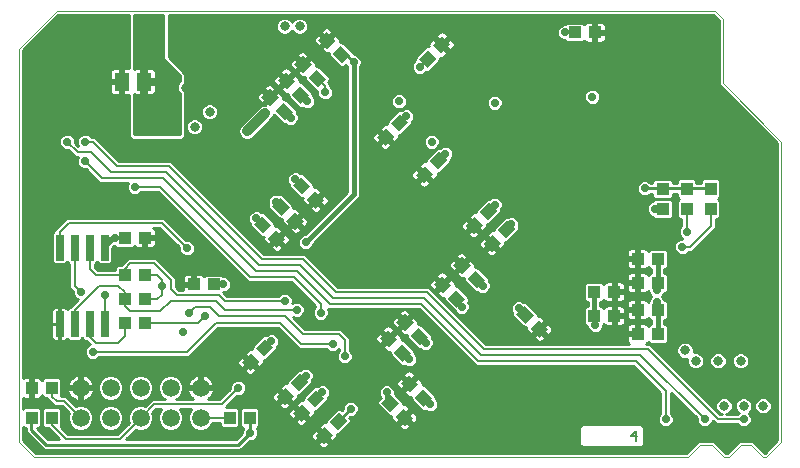
<source format=gbl>
G75*
%MOIN*%
%OFA0B0*%
%FSLAX25Y25*%
%IPPOS*%
%LPD*%
%AMOC8*
5,1,8,0,0,1.08239X$1,22.5*
%
%ADD10C,0.00000*%
%ADD11C,0.00800*%
%ADD12R,0.05118X0.05906*%
%ADD13R,0.04331X0.03937*%
%ADD14R,0.03937X0.04331*%
%ADD15C,0.05937*%
%ADD16R,0.02500X0.08500*%
%ADD17C,0.01000*%
%ADD18C,0.02775*%
%ADD19C,0.03169*%
%ADD20C,0.03200*%
%ADD21C,0.01200*%
%ADD22C,0.01600*%
%ADD23C,0.21654*%
%ADD24C,0.03562*%
D10*
X0003100Y0006842D02*
X0008100Y0001842D01*
X0226100Y0001842D01*
X0230100Y0005842D01*
X0234100Y0005842D01*
X0238100Y0001842D01*
X0239600Y0001842D01*
X0243600Y0005842D01*
X0247100Y0005842D01*
X0251100Y0001842D01*
X0252100Y0001842D01*
X0257100Y0006842D01*
X0257100Y0106842D01*
X0237600Y0126342D01*
X0237600Y0147842D01*
X0235100Y0150342D01*
X0015600Y0150342D01*
X0003100Y0137842D01*
X0003100Y0006842D01*
D11*
X0013946Y0012496D02*
X0018600Y0007842D01*
X0036600Y0007842D01*
X0043600Y0014842D01*
X0048100Y0019342D01*
X0070600Y0019342D01*
X0076100Y0024842D01*
X0073254Y0014842D02*
X0063600Y0014842D01*
X0059100Y0036842D02*
X0027600Y0036842D01*
X0028600Y0039842D02*
X0036100Y0039842D01*
X0038254Y0041996D01*
X0038254Y0046342D01*
X0040100Y0050342D02*
X0038254Y0052189D01*
X0038254Y0054342D01*
X0038254Y0056689D01*
X0036100Y0058842D01*
X0029600Y0058842D01*
X0021600Y0050842D01*
X0021600Y0046142D01*
X0026600Y0046142D02*
X0026600Y0041842D01*
X0028600Y0039842D01*
X0031600Y0046142D02*
X0031600Y0055842D01*
X0028600Y0062342D02*
X0026600Y0064342D01*
X0026600Y0071542D01*
X0021600Y0071542D02*
X0021600Y0058842D01*
X0023600Y0056842D01*
X0028600Y0062342D02*
X0038254Y0062342D01*
X0038254Y0064496D01*
X0040100Y0066342D01*
X0048100Y0066342D01*
X0053600Y0060842D01*
X0053600Y0057842D01*
X0055600Y0055842D01*
X0069600Y0055842D01*
X0071600Y0053842D01*
X0091600Y0053842D01*
X0095600Y0050842D02*
X0071600Y0050842D01*
X0068600Y0053842D01*
X0053600Y0053842D01*
X0050100Y0050342D01*
X0040100Y0050342D01*
X0044946Y0046342D02*
X0062600Y0046342D01*
X0065100Y0048842D01*
X0066600Y0051842D02*
X0061600Y0051842D01*
X0059600Y0049842D01*
X0066600Y0051842D02*
X0069600Y0048842D01*
X0091600Y0048842D01*
X0097600Y0042842D01*
X0109600Y0042842D01*
X0111600Y0040842D01*
X0111600Y0035342D01*
X0107600Y0039342D02*
X0097100Y0039342D01*
X0090100Y0046342D01*
X0068600Y0046342D01*
X0059100Y0036842D01*
X0049100Y0054342D02*
X0044946Y0054342D01*
X0049100Y0054342D02*
X0050600Y0055842D01*
X0050600Y0058842D01*
X0050600Y0060842D01*
X0049100Y0062342D01*
X0044946Y0062342D01*
X0059100Y0071342D02*
X0050600Y0079842D01*
X0019600Y0079842D01*
X0016600Y0076842D01*
X0016600Y0071542D01*
X0041600Y0091842D02*
X0050100Y0091842D01*
X0080100Y0061842D01*
X0094600Y0061842D01*
X0103600Y0052842D01*
X0103600Y0049842D01*
X0106600Y0052842D02*
X0137100Y0052842D01*
X0156100Y0033842D01*
X0208600Y0033842D01*
X0218600Y0023842D01*
X0218600Y0014342D01*
X0208601Y0010445D02*
X0207000Y0008844D01*
X0209135Y0008844D01*
X0208601Y0010445D02*
X0208601Y0007242D01*
X0231600Y0014342D02*
X0210100Y0035842D01*
X0157100Y0035842D01*
X0138100Y0054842D01*
X0107600Y0054842D01*
X0096600Y0065842D01*
X0083100Y0065842D01*
X0052100Y0096842D01*
X0033600Y0096842D01*
X0027100Y0103342D01*
X0022600Y0103342D01*
X0019100Y0106842D01*
X0025100Y0106842D02*
X0027600Y0106842D01*
X0035600Y0098842D01*
X0053100Y0098842D01*
X0084100Y0067842D01*
X0097600Y0067842D01*
X0108600Y0056842D01*
X0139100Y0056842D01*
X0158100Y0037842D01*
X0212600Y0037842D01*
X0236100Y0014342D01*
X0244600Y0014342D01*
X0226600Y0071842D02*
X0224100Y0071842D01*
X0226600Y0071842D02*
X0233600Y0078842D01*
X0233600Y0084496D01*
X0225600Y0084496D02*
X0225600Y0076842D01*
X0217600Y0084496D02*
X0215254Y0084496D01*
X0214958Y0084496D01*
X0106600Y0052842D02*
X0095600Y0063842D01*
X0082100Y0063842D01*
X0051100Y0094842D01*
X0030600Y0094842D01*
X0025100Y0100342D01*
X0088600Y0086842D02*
X0090334Y0085209D01*
X0105100Y0123342D02*
X0105100Y0125342D01*
X0102466Y0127976D01*
X0013946Y0024842D02*
X0014100Y0024689D01*
X0014100Y0021842D01*
X0015600Y0020342D01*
X0018100Y0020342D01*
X0023600Y0014842D01*
X0013946Y0014842D02*
X0013946Y0012496D01*
D12*
X0037360Y0126842D03*
X0044840Y0126842D03*
D13*
G36*
X0086595Y0124631D02*
X0089656Y0121570D01*
X0086873Y0118787D01*
X0083812Y0121848D01*
X0086595Y0124631D01*
G37*
G36*
X0092095Y0130131D02*
X0095156Y0127070D01*
X0092373Y0124287D01*
X0089312Y0127348D01*
X0092095Y0130131D01*
G37*
G36*
X0097595Y0135631D02*
X0100656Y0132570D01*
X0097873Y0129787D01*
X0094812Y0132848D01*
X0097595Y0135631D01*
G37*
G36*
X0105630Y0143595D02*
X0108691Y0140534D01*
X0105908Y0137751D01*
X0102847Y0140812D01*
X0105630Y0143595D01*
G37*
G36*
X0110363Y0138863D02*
X0113424Y0135802D01*
X0110641Y0133019D01*
X0107580Y0136080D01*
X0110363Y0138863D01*
G37*
G36*
X0102327Y0130898D02*
X0105388Y0127837D01*
X0102605Y0125054D01*
X0099544Y0128115D01*
X0102327Y0130898D01*
G37*
G36*
X0096827Y0125398D02*
X0099888Y0122337D01*
X0097105Y0119554D01*
X0094044Y0122615D01*
X0096827Y0125398D01*
G37*
G36*
X0091327Y0119898D02*
X0094388Y0116837D01*
X0091605Y0114054D01*
X0088544Y0117115D01*
X0091327Y0119898D01*
G37*
G36*
X0122312Y0108337D02*
X0125373Y0111398D01*
X0128156Y0108615D01*
X0125095Y0105554D01*
X0122312Y0108337D01*
G37*
G36*
X0127044Y0113070D02*
X0130105Y0116131D01*
X0132888Y0113348D01*
X0129827Y0110287D01*
X0127044Y0113070D01*
G37*
G36*
X0140044Y0100570D02*
X0143105Y0103631D01*
X0145888Y0100848D01*
X0142827Y0097787D01*
X0140044Y0100570D01*
G37*
G36*
X0135312Y0095837D02*
X0138373Y0098898D01*
X0141156Y0096115D01*
X0138095Y0093054D01*
X0135312Y0095837D01*
G37*
G36*
X0156544Y0083570D02*
X0159605Y0086631D01*
X0162388Y0083848D01*
X0159327Y0080787D01*
X0156544Y0083570D01*
G37*
G36*
X0151812Y0078837D02*
X0154873Y0081898D01*
X0157656Y0079115D01*
X0154595Y0076054D01*
X0151812Y0078837D01*
G37*
G36*
X0157812Y0072837D02*
X0160873Y0075898D01*
X0163656Y0073115D01*
X0160595Y0070054D01*
X0157812Y0072837D01*
G37*
G36*
X0162544Y0077570D02*
X0165605Y0080631D01*
X0168388Y0077848D01*
X0165327Y0074787D01*
X0162544Y0077570D01*
G37*
G36*
X0150595Y0068631D02*
X0153656Y0065570D01*
X0150873Y0062787D01*
X0147812Y0065848D01*
X0150595Y0068631D01*
G37*
G36*
X0155327Y0063898D02*
X0158388Y0060837D01*
X0155605Y0058054D01*
X0152544Y0061115D01*
X0155327Y0063898D01*
G37*
G36*
X0144095Y0062131D02*
X0147156Y0059070D01*
X0144373Y0056287D01*
X0141312Y0059348D01*
X0144095Y0062131D01*
G37*
G36*
X0148827Y0057398D02*
X0151888Y0054337D01*
X0149105Y0051554D01*
X0146044Y0054615D01*
X0148827Y0057398D01*
G37*
G36*
X0131595Y0049631D02*
X0134656Y0046570D01*
X0131873Y0043787D01*
X0128812Y0046848D01*
X0131595Y0049631D01*
G37*
G36*
X0136327Y0044898D02*
X0139388Y0041837D01*
X0136605Y0039054D01*
X0133544Y0042115D01*
X0136327Y0044898D01*
G37*
G36*
X0126095Y0044131D02*
X0129156Y0041070D01*
X0126373Y0038287D01*
X0123312Y0041348D01*
X0126095Y0044131D01*
G37*
G36*
X0130827Y0039398D02*
X0133888Y0036337D01*
X0131105Y0033554D01*
X0128044Y0036615D01*
X0130827Y0039398D01*
G37*
G36*
X0133095Y0029131D02*
X0136156Y0026070D01*
X0133373Y0023287D01*
X0130312Y0026348D01*
X0133095Y0029131D01*
G37*
G36*
X0137827Y0024398D02*
X0140888Y0021337D01*
X0138105Y0018554D01*
X0135044Y0021615D01*
X0137827Y0024398D01*
G37*
G36*
X0126873Y0016787D02*
X0123812Y0019848D01*
X0126595Y0022631D01*
X0129656Y0019570D01*
X0126873Y0016787D01*
G37*
G36*
X0131605Y0012054D02*
X0128544Y0015115D01*
X0131327Y0017898D01*
X0134388Y0014837D01*
X0131605Y0012054D01*
G37*
G36*
X0106544Y0013570D02*
X0109605Y0016631D01*
X0112388Y0013848D01*
X0109327Y0010787D01*
X0106544Y0013570D01*
G37*
G36*
X0101812Y0008837D02*
X0104873Y0011898D01*
X0107656Y0009115D01*
X0104595Y0006054D01*
X0101812Y0008837D01*
G37*
G36*
X0094312Y0016337D02*
X0097373Y0019398D01*
X0100156Y0016615D01*
X0097095Y0013554D01*
X0094312Y0016337D01*
G37*
G36*
X0099044Y0021070D02*
X0102105Y0024131D01*
X0104888Y0021348D01*
X0101827Y0018287D01*
X0099044Y0021070D01*
G37*
G36*
X0088812Y0021837D02*
X0091873Y0024898D01*
X0094656Y0022115D01*
X0091595Y0019054D01*
X0088812Y0021837D01*
G37*
G36*
X0093544Y0026570D02*
X0096605Y0029631D01*
X0099388Y0026848D01*
X0096327Y0023787D01*
X0093544Y0026570D01*
G37*
G36*
X0077312Y0033337D02*
X0080373Y0036398D01*
X0083156Y0033615D01*
X0080095Y0030554D01*
X0077312Y0033337D01*
G37*
G36*
X0082044Y0038070D02*
X0085105Y0041131D01*
X0087888Y0038348D01*
X0084827Y0035287D01*
X0082044Y0038070D01*
G37*
X0067946Y0059342D03*
X0061254Y0059342D03*
X0044946Y0074842D03*
X0038254Y0074842D03*
G36*
X0084373Y0076287D02*
X0081312Y0079348D01*
X0084095Y0082131D01*
X0087156Y0079070D01*
X0084373Y0076287D01*
G37*
G36*
X0089105Y0071554D02*
X0086044Y0074615D01*
X0088827Y0077398D01*
X0091888Y0074337D01*
X0089105Y0071554D01*
G37*
G36*
X0095205Y0077554D02*
X0092144Y0080615D01*
X0094927Y0083398D01*
X0097988Y0080337D01*
X0095205Y0077554D01*
G37*
G36*
X0090473Y0082287D02*
X0087412Y0085348D01*
X0090195Y0088131D01*
X0093256Y0085070D01*
X0090473Y0082287D01*
G37*
G36*
X0102105Y0084554D02*
X0099044Y0087615D01*
X0101827Y0090398D01*
X0104888Y0087337D01*
X0102105Y0084554D01*
G37*
G36*
X0097373Y0089287D02*
X0094312Y0092348D01*
X0097095Y0095131D01*
X0100156Y0092070D01*
X0097373Y0089287D01*
G37*
G36*
X0142156Y0134615D02*
X0139095Y0131554D01*
X0136312Y0134337D01*
X0139373Y0137398D01*
X0142156Y0134615D01*
G37*
G36*
X0146888Y0139348D02*
X0143827Y0136287D01*
X0141044Y0139070D01*
X0144105Y0142131D01*
X0146888Y0139348D01*
G37*
X0188254Y0143342D03*
X0194946Y0143342D03*
X0217600Y0091189D03*
X0217600Y0084496D03*
X0215946Y0067842D03*
X0209254Y0067842D03*
X0209254Y0059842D03*
X0215946Y0059842D03*
X0215946Y0050842D03*
X0209254Y0050842D03*
X0201446Y0048842D03*
X0194754Y0048842D03*
X0194754Y0056842D03*
X0201446Y0056842D03*
G36*
X0176605Y0041554D02*
X0173544Y0044615D01*
X0176327Y0047398D01*
X0179388Y0044337D01*
X0176605Y0041554D01*
G37*
G36*
X0171873Y0046287D02*
X0168812Y0049348D01*
X0171595Y0052131D01*
X0174656Y0049070D01*
X0171873Y0046287D01*
G37*
X0209254Y0042842D03*
X0215946Y0042842D03*
D14*
X0225600Y0084496D03*
X0233600Y0084496D03*
X0233600Y0091189D03*
X0225600Y0091189D03*
X0079946Y0014842D03*
X0073254Y0014842D03*
X0044946Y0046342D03*
X0038254Y0046342D03*
X0038254Y0054342D03*
X0044946Y0054342D03*
X0044946Y0062342D03*
X0038254Y0062342D03*
X0013946Y0024842D03*
X0007254Y0024842D03*
X0007254Y0014842D03*
X0013946Y0014842D03*
D15*
X0023600Y0014842D03*
X0033600Y0014842D03*
X0043600Y0014842D03*
X0053600Y0014842D03*
X0063600Y0014842D03*
X0063600Y0024842D03*
X0053600Y0024842D03*
X0043600Y0024842D03*
X0033600Y0024842D03*
X0023600Y0024842D03*
D16*
X0021600Y0046142D03*
X0016600Y0046142D03*
X0026600Y0046142D03*
X0031600Y0046142D03*
X0031600Y0071542D03*
X0026600Y0071542D03*
X0021600Y0071542D03*
X0016600Y0071542D03*
D17*
X0014063Y0071738D02*
X0004387Y0071738D01*
X0004387Y0070740D02*
X0014063Y0070740D01*
X0014063Y0069741D02*
X0004387Y0069741D01*
X0004387Y0068743D02*
X0014063Y0068743D01*
X0014063Y0067744D02*
X0004387Y0067744D01*
X0004387Y0066746D02*
X0014076Y0066746D01*
X0014063Y0066759D02*
X0014817Y0066005D01*
X0018383Y0066005D01*
X0019100Y0066722D01*
X0019817Y0066005D01*
X0019913Y0066005D01*
X0019913Y0058144D01*
X0020925Y0057131D01*
X0020925Y0056310D01*
X0021332Y0055327D01*
X0022085Y0054575D01*
X0022694Y0054323D01*
X0020901Y0052530D01*
X0020051Y0051680D01*
X0019817Y0051680D01*
X0019197Y0051060D01*
X0019050Y0051313D01*
X0018771Y0051593D01*
X0018429Y0051790D01*
X0018047Y0051892D01*
X0016725Y0051892D01*
X0016725Y0046268D01*
X0016475Y0046268D01*
X0016475Y0051892D01*
X0015153Y0051892D01*
X0014771Y0051790D01*
X0014429Y0051593D01*
X0014150Y0051313D01*
X0013952Y0050971D01*
X0013850Y0050590D01*
X0013850Y0046267D01*
X0016475Y0046267D01*
X0016475Y0046017D01*
X0016725Y0046017D01*
X0016725Y0040392D01*
X0018047Y0040392D01*
X0018429Y0040495D01*
X0018771Y0040692D01*
X0019050Y0040971D01*
X0019197Y0041225D01*
X0019817Y0040605D01*
X0023383Y0040605D01*
X0024100Y0041322D01*
X0024817Y0040605D01*
X0025451Y0040605D01*
X0025901Y0040155D01*
X0026694Y0039362D01*
X0026085Y0039110D01*
X0025332Y0038358D01*
X0024925Y0037375D01*
X0024925Y0036310D01*
X0025332Y0035327D01*
X0026085Y0034575D01*
X0027068Y0034168D01*
X0028132Y0034168D01*
X0029115Y0034575D01*
X0029695Y0035155D01*
X0059799Y0035155D01*
X0060787Y0036144D01*
X0069299Y0044655D01*
X0089401Y0044655D01*
X0095413Y0038644D01*
X0095413Y0038644D01*
X0096401Y0037655D01*
X0105505Y0037655D01*
X0106085Y0037075D01*
X0107068Y0036668D01*
X0108132Y0036668D01*
X0109115Y0037075D01*
X0109868Y0037827D01*
X0109913Y0037936D01*
X0109913Y0037438D01*
X0109332Y0036858D01*
X0108925Y0035875D01*
X0108925Y0034810D01*
X0109332Y0033827D01*
X0110085Y0033075D01*
X0111068Y0032668D01*
X0112132Y0032668D01*
X0113115Y0033075D01*
X0113868Y0033827D01*
X0114275Y0034810D01*
X0114275Y0035875D01*
X0113868Y0036858D01*
X0113287Y0037438D01*
X0113287Y0041541D01*
X0110299Y0044530D01*
X0098299Y0044530D01*
X0094373Y0048455D01*
X0095068Y0048168D01*
X0096132Y0048168D01*
X0097115Y0048575D01*
X0097868Y0049327D01*
X0098275Y0050310D01*
X0098275Y0051375D01*
X0097868Y0052358D01*
X0097115Y0053110D01*
X0096132Y0053517D01*
X0095068Y0053517D01*
X0094214Y0053164D01*
X0094275Y0053310D01*
X0094275Y0054375D01*
X0093868Y0055358D01*
X0093115Y0056110D01*
X0092132Y0056517D01*
X0091068Y0056517D01*
X0090085Y0056110D01*
X0089505Y0055530D01*
X0072299Y0055530D01*
X0071194Y0056635D01*
X0071226Y0056668D01*
X0071632Y0056668D01*
X0072615Y0057075D01*
X0073368Y0057827D01*
X0073775Y0058810D01*
X0073775Y0059875D01*
X0073368Y0060858D01*
X0072615Y0061610D01*
X0071632Y0062017D01*
X0071226Y0062017D01*
X0070645Y0062598D01*
X0065248Y0062598D01*
X0064715Y0062066D01*
X0064619Y0062232D01*
X0064340Y0062511D01*
X0063998Y0062709D01*
X0063616Y0062811D01*
X0061738Y0062811D01*
X0061738Y0059827D01*
X0060769Y0059827D01*
X0060769Y0058858D01*
X0057588Y0058858D01*
X0057588Y0057530D01*
X0056299Y0057530D01*
X0055287Y0058541D01*
X0055287Y0061541D01*
X0049787Y0067041D01*
X0048799Y0068030D01*
X0039401Y0068030D01*
X0037166Y0065795D01*
X0035752Y0065795D01*
X0034998Y0065041D01*
X0034998Y0064030D01*
X0029299Y0064030D01*
X0028287Y0065041D01*
X0028287Y0066005D01*
X0028383Y0066005D01*
X0029100Y0066722D01*
X0029817Y0066005D01*
X0033383Y0066005D01*
X0034137Y0066759D01*
X0034137Y0071552D01*
X0034753Y0072168D01*
X0034974Y0072168D01*
X0035555Y0071587D01*
X0040952Y0071587D01*
X0041485Y0072119D01*
X0041581Y0071953D01*
X0041860Y0071674D01*
X0042202Y0071476D01*
X0042584Y0071374D01*
X0044462Y0071374D01*
X0044462Y0074358D01*
X0045431Y0074358D01*
X0045431Y0075327D01*
X0048612Y0075327D01*
X0048612Y0077008D01*
X0048510Y0077390D01*
X0048312Y0077732D01*
X0048033Y0078011D01*
X0047784Y0078155D01*
X0049901Y0078155D01*
X0056425Y0071631D01*
X0056425Y0070810D01*
X0056832Y0069827D01*
X0057585Y0069075D01*
X0058568Y0068668D01*
X0059632Y0068668D01*
X0060615Y0069075D01*
X0061368Y0069827D01*
X0061775Y0070810D01*
X0061775Y0071875D01*
X0061368Y0072858D01*
X0060615Y0073610D01*
X0059632Y0074017D01*
X0058812Y0074017D01*
X0051299Y0081530D01*
X0018901Y0081530D01*
X0017913Y0080541D01*
X0015901Y0078530D01*
X0014913Y0077541D01*
X0014913Y0077080D01*
X0014817Y0077080D01*
X0014063Y0076326D01*
X0014063Y0066759D01*
X0019913Y0065747D02*
X0004387Y0065747D01*
X0004387Y0064749D02*
X0019913Y0064749D01*
X0019913Y0063750D02*
X0004387Y0063750D01*
X0004387Y0062752D02*
X0019913Y0062752D01*
X0019913Y0061753D02*
X0004387Y0061753D01*
X0004387Y0060755D02*
X0019913Y0060755D01*
X0019913Y0059756D02*
X0004387Y0059756D01*
X0004387Y0058758D02*
X0019913Y0058758D01*
X0020297Y0057759D02*
X0004387Y0057759D01*
X0004387Y0056761D02*
X0020925Y0056761D01*
X0021152Y0055762D02*
X0004387Y0055762D01*
X0004387Y0054764D02*
X0021896Y0054764D01*
X0022136Y0053765D02*
X0004387Y0053765D01*
X0004387Y0052767D02*
X0021138Y0052767D01*
X0020139Y0051768D02*
X0018467Y0051768D01*
X0016725Y0051768D02*
X0016475Y0051768D01*
X0016475Y0050770D02*
X0016725Y0050770D01*
X0016725Y0049771D02*
X0016475Y0049771D01*
X0016475Y0048773D02*
X0016725Y0048773D01*
X0016725Y0047774D02*
X0016475Y0047774D01*
X0016475Y0046775D02*
X0016725Y0046775D01*
X0016475Y0046017D02*
X0013850Y0046017D01*
X0013850Y0041695D01*
X0013952Y0041313D01*
X0014150Y0040971D01*
X0014429Y0040692D01*
X0014771Y0040495D01*
X0015153Y0040392D01*
X0016475Y0040392D01*
X0016475Y0046017D01*
X0016475Y0045777D02*
X0016725Y0045777D01*
X0016725Y0044778D02*
X0016475Y0044778D01*
X0016475Y0043780D02*
X0016725Y0043780D01*
X0016725Y0042781D02*
X0016475Y0042781D01*
X0016475Y0041783D02*
X0016725Y0041783D01*
X0016725Y0040784D02*
X0016475Y0040784D01*
X0014337Y0040784D02*
X0004387Y0040784D01*
X0004387Y0039786D02*
X0026270Y0039786D01*
X0025762Y0038787D02*
X0004387Y0038787D01*
X0004387Y0037789D02*
X0025097Y0037789D01*
X0024925Y0036790D02*
X0004387Y0036790D01*
X0004387Y0035792D02*
X0025140Y0035792D01*
X0025866Y0034793D02*
X0004387Y0034793D01*
X0004387Y0033795D02*
X0075880Y0033795D01*
X0075913Y0033916D02*
X0075811Y0033534D01*
X0075811Y0033139D01*
X0075913Y0032758D01*
X0076110Y0032416D01*
X0077299Y0031227D01*
X0079549Y0033476D01*
X0080234Y0032791D01*
X0080919Y0033476D01*
X0083029Y0031366D01*
X0084357Y0032694D01*
X0084555Y0033036D01*
X0084657Y0033418D01*
X0084657Y0033813D01*
X0084607Y0033998D01*
X0085360Y0033998D01*
X0089177Y0037815D01*
X0089177Y0038637D01*
X0089368Y0038827D01*
X0089775Y0039810D01*
X0089775Y0040875D01*
X0089368Y0041858D01*
X0088615Y0042610D01*
X0087632Y0043017D01*
X0086568Y0043017D01*
X0085585Y0042610D01*
X0085394Y0042419D01*
X0084572Y0042419D01*
X0080756Y0038603D01*
X0080756Y0037850D01*
X0080570Y0037899D01*
X0080175Y0037899D01*
X0079794Y0037797D01*
X0079452Y0037600D01*
X0078124Y0036271D01*
X0080234Y0034161D01*
X0079549Y0033476D01*
X0077439Y0035586D01*
X0076110Y0034258D01*
X0075913Y0033916D01*
X0075903Y0032796D02*
X0004387Y0032796D01*
X0004387Y0031798D02*
X0076728Y0031798D01*
X0077870Y0031798D02*
X0079240Y0031798D01*
X0078869Y0032796D02*
X0080229Y0032796D01*
X0080234Y0032791D02*
X0077984Y0030542D01*
X0079173Y0029353D01*
X0079516Y0029155D01*
X0079897Y0029053D01*
X0080292Y0029053D01*
X0080673Y0029155D01*
X0081016Y0029353D01*
X0082344Y0030681D01*
X0080234Y0032791D01*
X0080239Y0032796D02*
X0081598Y0032796D01*
X0081227Y0031798D02*
X0082597Y0031798D01*
X0083461Y0031798D02*
X0132254Y0031798D01*
X0132568Y0031668D02*
X0133632Y0031668D01*
X0134615Y0032075D01*
X0135368Y0032827D01*
X0135775Y0033810D01*
X0135775Y0034875D01*
X0135368Y0035858D01*
X0135177Y0036048D01*
X0135177Y0036870D01*
X0131360Y0040687D01*
X0130607Y0040687D01*
X0130657Y0040872D01*
X0130657Y0041267D01*
X0130555Y0041649D01*
X0130357Y0041991D01*
X0129029Y0043319D01*
X0126919Y0041209D01*
X0126234Y0041894D01*
X0128344Y0044004D01*
X0127016Y0045332D01*
X0126673Y0045530D01*
X0126292Y0045632D01*
X0125897Y0045632D01*
X0125516Y0045530D01*
X0125173Y0045332D01*
X0123984Y0044143D01*
X0126234Y0041894D01*
X0125549Y0041209D01*
X0123299Y0043458D01*
X0122110Y0042269D01*
X0121913Y0041927D01*
X0121811Y0041545D01*
X0121811Y0041150D01*
X0121913Y0040769D01*
X0122110Y0040427D01*
X0123439Y0039099D01*
X0125549Y0041209D01*
X0126234Y0040524D01*
X0124124Y0038414D01*
X0125452Y0037085D01*
X0125794Y0036888D01*
X0126175Y0036786D01*
X0126570Y0036786D01*
X0126756Y0036835D01*
X0126756Y0036082D01*
X0130572Y0032266D01*
X0131394Y0032266D01*
X0131585Y0032075D01*
X0132568Y0031668D01*
X0132897Y0030632D02*
X0132516Y0030530D01*
X0132173Y0030332D01*
X0130984Y0029143D01*
X0133234Y0026894D01*
X0135344Y0029004D01*
X0134016Y0030332D01*
X0133673Y0030530D01*
X0133292Y0030632D01*
X0132897Y0030632D01*
X0131642Y0029801D02*
X0101098Y0029801D01*
X0101275Y0029375D02*
X0100868Y0030358D01*
X0100115Y0031110D01*
X0099132Y0031517D01*
X0098068Y0031517D01*
X0097085Y0031110D01*
X0096894Y0030919D01*
X0096072Y0030919D01*
X0092256Y0027103D01*
X0092256Y0026350D01*
X0092070Y0026399D01*
X0091675Y0026399D01*
X0091294Y0026297D01*
X0090952Y0026100D01*
X0089624Y0024771D01*
X0091734Y0022661D01*
X0091049Y0021976D01*
X0091734Y0021291D01*
X0092419Y0021976D01*
X0094529Y0019866D01*
X0095857Y0021194D01*
X0096055Y0021536D01*
X0096157Y0021918D01*
X0096157Y0022313D01*
X0096107Y0022498D01*
X0096860Y0022498D01*
X0100677Y0026315D01*
X0100677Y0027137D01*
X0100868Y0027327D01*
X0101275Y0028310D01*
X0101275Y0029375D01*
X0101275Y0028802D02*
X0131325Y0028802D01*
X0130954Y0027804D02*
X0132324Y0027804D01*
X0131952Y0026805D02*
X0133145Y0026805D01*
X0133234Y0026894D02*
X0132549Y0026209D01*
X0130299Y0028458D01*
X0129110Y0027269D01*
X0128913Y0026927D01*
X0128811Y0026545D01*
X0128811Y0026150D01*
X0128913Y0025769D01*
X0129110Y0025427D01*
X0130439Y0024099D01*
X0132549Y0026209D01*
X0133234Y0025524D01*
X0131124Y0023414D01*
X0132452Y0022085D01*
X0132794Y0021888D01*
X0133175Y0021786D01*
X0133570Y0021786D01*
X0133756Y0021835D01*
X0133756Y0021082D01*
X0137572Y0017266D01*
X0138394Y0017266D01*
X0138585Y0017075D01*
X0139568Y0016668D01*
X0140632Y0016668D01*
X0141615Y0017075D01*
X0142368Y0017827D01*
X0142775Y0018810D01*
X0142775Y0019875D01*
X0142368Y0020858D01*
X0142177Y0021048D01*
X0142177Y0021870D01*
X0138360Y0025687D01*
X0137607Y0025687D01*
X0137657Y0025872D01*
X0137657Y0026267D01*
X0137555Y0026649D01*
X0137357Y0026991D01*
X0136029Y0028319D01*
X0133919Y0026209D01*
X0133234Y0026894D01*
X0133322Y0026805D02*
X0134515Y0026805D01*
X0134144Y0027804D02*
X0135514Y0027804D01*
X0136544Y0027804D02*
X0212252Y0027804D01*
X0211254Y0028802D02*
X0135142Y0028802D01*
X0134547Y0029801D02*
X0210255Y0029801D01*
X0209257Y0030799D02*
X0100426Y0030799D01*
X0098600Y0028842D02*
X0096466Y0026709D01*
X0093955Y0028802D02*
X0065671Y0028802D01*
X0065942Y0028664D02*
X0065315Y0028984D01*
X0064646Y0029201D01*
X0064084Y0029290D01*
X0064084Y0025327D01*
X0063116Y0025327D01*
X0063116Y0029290D01*
X0062554Y0029201D01*
X0061885Y0028984D01*
X0061258Y0028664D01*
X0060689Y0028251D01*
X0060192Y0027754D01*
X0059778Y0027184D01*
X0059459Y0026558D01*
X0059242Y0025889D01*
X0059152Y0025327D01*
X0063116Y0025327D01*
X0063116Y0024358D01*
X0059152Y0024358D01*
X0059242Y0023796D01*
X0059459Y0023127D01*
X0059778Y0022500D01*
X0060192Y0021931D01*
X0060689Y0021434D01*
X0061245Y0021030D01*
X0055517Y0021030D01*
X0056011Y0021234D01*
X0057208Y0022432D01*
X0057856Y0023996D01*
X0057856Y0025689D01*
X0057208Y0027253D01*
X0056011Y0028450D01*
X0054447Y0029098D01*
X0052753Y0029098D01*
X0051189Y0028450D01*
X0049992Y0027253D01*
X0049344Y0025689D01*
X0049344Y0023996D01*
X0049992Y0022432D01*
X0051189Y0021234D01*
X0051683Y0021030D01*
X0047401Y0021030D01*
X0045170Y0018799D01*
X0044447Y0019098D01*
X0042753Y0019098D01*
X0041189Y0018450D01*
X0039992Y0017253D01*
X0039344Y0015689D01*
X0039344Y0013996D01*
X0039644Y0013273D01*
X0035901Y0009530D01*
X0019299Y0009530D01*
X0016944Y0011885D01*
X0017202Y0012144D01*
X0017202Y0017541D01*
X0016448Y0018295D01*
X0011445Y0018295D01*
X0010691Y0017541D01*
X0010691Y0012144D01*
X0011445Y0011390D01*
X0012666Y0011390D01*
X0016426Y0007630D01*
X0012840Y0007630D01*
X0009080Y0011390D01*
X0009755Y0011390D01*
X0010509Y0012144D01*
X0010509Y0017541D01*
X0009755Y0018295D01*
X0004752Y0018295D01*
X0004387Y0017931D01*
X0004387Y0021463D01*
X0004706Y0021279D01*
X0005088Y0021177D01*
X0006769Y0021177D01*
X0006769Y0024358D01*
X0007738Y0024358D01*
X0007738Y0021177D01*
X0009420Y0021177D01*
X0009801Y0021279D01*
X0010143Y0021477D01*
X0010422Y0021756D01*
X0010620Y0022098D01*
X0010691Y0022362D01*
X0010691Y0022144D01*
X0011445Y0021390D01*
X0012413Y0021390D01*
X0012413Y0021144D01*
X0013401Y0020155D01*
X0014901Y0018655D01*
X0017401Y0018655D01*
X0019644Y0016412D01*
X0019344Y0015689D01*
X0019344Y0013996D01*
X0019992Y0012432D01*
X0021189Y0011234D01*
X0022753Y0010587D01*
X0024447Y0010587D01*
X0026011Y0011234D01*
X0027208Y0012432D01*
X0027856Y0013996D01*
X0027856Y0015689D01*
X0027208Y0017253D01*
X0026011Y0018450D01*
X0024447Y0019098D01*
X0022753Y0019098D01*
X0022030Y0018799D01*
X0019787Y0021041D01*
X0018799Y0022030D01*
X0017088Y0022030D01*
X0017202Y0022144D01*
X0017202Y0027541D01*
X0016448Y0028295D01*
X0011445Y0028295D01*
X0010691Y0027541D01*
X0010691Y0027323D01*
X0010620Y0027587D01*
X0010422Y0027929D01*
X0010143Y0028208D01*
X0009801Y0028406D01*
X0009420Y0028508D01*
X0007738Y0028508D01*
X0007738Y0025327D01*
X0006769Y0025327D01*
X0006769Y0028508D01*
X0005088Y0028508D01*
X0004706Y0028406D01*
X0004387Y0028222D01*
X0004387Y0137309D01*
X0016133Y0149055D01*
X0039713Y0149055D01*
X0039713Y0131295D01*
X0037860Y0131295D01*
X0037860Y0127343D01*
X0036860Y0127343D01*
X0036860Y0131295D01*
X0034603Y0131295D01*
X0034222Y0131193D01*
X0033880Y0130996D01*
X0033600Y0130716D01*
X0033403Y0130374D01*
X0033301Y0129993D01*
X0033301Y0127342D01*
X0036860Y0127342D01*
X0036860Y0126342D01*
X0037860Y0126342D01*
X0037860Y0122390D01*
X0039713Y0122390D01*
X0039713Y0108561D01*
X0040818Y0107455D01*
X0057382Y0107455D01*
X0058487Y0108561D01*
X0058487Y0129624D01*
X0052987Y0135124D01*
X0052987Y0149055D01*
X0234567Y0149055D01*
X0236313Y0147309D01*
X0236313Y0125809D01*
X0255813Y0106309D01*
X0255813Y0007376D01*
X0251600Y0003163D01*
X0248387Y0006376D01*
X0247633Y0007130D01*
X0243067Y0007130D01*
X0239067Y0003130D01*
X0238633Y0003130D01*
X0235387Y0006376D01*
X0234633Y0007130D01*
X0229567Y0007130D01*
X0225567Y0003130D01*
X0008633Y0003130D01*
X0004387Y0007376D01*
X0004387Y0011754D01*
X0004752Y0011390D01*
X0005313Y0011390D01*
X0005313Y0010102D01*
X0011360Y0004055D01*
X0076840Y0004055D01*
X0079953Y0007168D01*
X0080632Y0007168D01*
X0081615Y0007575D01*
X0082368Y0008327D01*
X0082775Y0009310D01*
X0082775Y0010375D01*
X0082368Y0011358D01*
X0082335Y0011390D01*
X0082448Y0011390D01*
X0083202Y0012144D01*
X0083202Y0017541D01*
X0082448Y0018295D01*
X0077445Y0018295D01*
X0076691Y0017541D01*
X0076691Y0012144D01*
X0077445Y0011390D01*
X0077865Y0011390D01*
X0077832Y0011358D01*
X0077425Y0010375D01*
X0077425Y0009695D01*
X0075360Y0007630D01*
X0038774Y0007630D01*
X0042030Y0010886D01*
X0042753Y0010587D01*
X0044447Y0010587D01*
X0046011Y0011234D01*
X0047208Y0012432D01*
X0047856Y0013996D01*
X0047856Y0015689D01*
X0047556Y0016412D01*
X0048799Y0017655D01*
X0050394Y0017655D01*
X0049992Y0017253D01*
X0049344Y0015689D01*
X0049344Y0013996D01*
X0049992Y0012432D01*
X0051189Y0011234D01*
X0052753Y0010587D01*
X0054447Y0010587D01*
X0056011Y0011234D01*
X0057208Y0012432D01*
X0057856Y0013996D01*
X0057856Y0015689D01*
X0057208Y0017253D01*
X0056806Y0017655D01*
X0060394Y0017655D01*
X0059992Y0017253D01*
X0059344Y0015689D01*
X0059344Y0013996D01*
X0059992Y0012432D01*
X0061189Y0011234D01*
X0062753Y0010587D01*
X0064447Y0010587D01*
X0066011Y0011234D01*
X0067208Y0012432D01*
X0067508Y0013155D01*
X0069998Y0013155D01*
X0069998Y0012144D01*
X0070752Y0011390D01*
X0075755Y0011390D01*
X0076509Y0012144D01*
X0076509Y0017541D01*
X0075755Y0018295D01*
X0071939Y0018295D01*
X0072287Y0018644D01*
X0075812Y0022168D01*
X0076632Y0022168D01*
X0077615Y0022575D01*
X0078368Y0023327D01*
X0078775Y0024310D01*
X0078775Y0025375D01*
X0078368Y0026358D01*
X0077615Y0027110D01*
X0076632Y0027517D01*
X0075568Y0027517D01*
X0074585Y0027110D01*
X0073832Y0026358D01*
X0073425Y0025375D01*
X0073425Y0024554D01*
X0069901Y0021030D01*
X0065955Y0021030D01*
X0066511Y0021434D01*
X0067008Y0021931D01*
X0067422Y0022500D01*
X0067741Y0023127D01*
X0067958Y0023796D01*
X0068047Y0024358D01*
X0064084Y0024358D01*
X0064084Y0025327D01*
X0068047Y0025327D01*
X0067958Y0025889D01*
X0067741Y0026558D01*
X0067422Y0027184D01*
X0067008Y0027754D01*
X0066511Y0028251D01*
X0065942Y0028664D01*
X0066958Y0027804D02*
X0092957Y0027804D01*
X0092256Y0026805D02*
X0077920Y0026805D01*
X0078596Y0025807D02*
X0090659Y0025807D01*
X0089661Y0024808D02*
X0078775Y0024808D01*
X0078567Y0023810D02*
X0088662Y0023810D01*
X0088939Y0024086D02*
X0087610Y0022758D01*
X0087413Y0022416D01*
X0087311Y0022034D01*
X0087311Y0021639D01*
X0087413Y0021258D01*
X0087610Y0020916D01*
X0088799Y0019727D01*
X0091049Y0021976D01*
X0088939Y0024086D01*
X0089215Y0023810D02*
X0090585Y0023810D01*
X0090214Y0022811D02*
X0091583Y0022811D01*
X0091212Y0021813D02*
X0090885Y0021813D01*
X0091734Y0021291D02*
X0089484Y0019042D01*
X0090673Y0017853D01*
X0091016Y0017655D01*
X0091397Y0017553D01*
X0091792Y0017553D01*
X0092173Y0017655D01*
X0092516Y0017853D01*
X0093844Y0019181D01*
X0091734Y0021291D01*
X0092211Y0020814D02*
X0093580Y0020814D01*
X0093209Y0019816D02*
X0095668Y0019816D01*
X0095124Y0019271D02*
X0097234Y0017161D01*
X0096549Y0016476D01*
X0097234Y0015791D01*
X0097919Y0016476D01*
X0100029Y0014366D01*
X0101357Y0015694D01*
X0101555Y0016036D01*
X0101657Y0016418D01*
X0101657Y0016813D01*
X0101607Y0016998D01*
X0102360Y0016998D01*
X0106177Y0020815D01*
X0106177Y0021637D01*
X0106368Y0021827D01*
X0106775Y0022810D01*
X0106775Y0023875D01*
X0106368Y0024858D01*
X0105615Y0025610D01*
X0104632Y0026017D01*
X0103568Y0026017D01*
X0102585Y0025610D01*
X0102394Y0025419D01*
X0101572Y0025419D01*
X0097756Y0021603D01*
X0097756Y0020850D01*
X0097570Y0020899D01*
X0097175Y0020899D01*
X0096794Y0020797D01*
X0096452Y0020600D01*
X0095124Y0019271D01*
X0095578Y0018817D02*
X0093480Y0018817D01*
X0094439Y0018586D02*
X0093110Y0017258D01*
X0092913Y0016916D01*
X0092811Y0016534D01*
X0092811Y0016139D01*
X0092913Y0015758D01*
X0093110Y0015416D01*
X0094299Y0014227D01*
X0096549Y0016476D01*
X0094439Y0018586D01*
X0095206Y0017819D02*
X0096576Y0017819D01*
X0096893Y0016820D02*
X0096205Y0016820D01*
X0095894Y0015822D02*
X0097203Y0015822D01*
X0097234Y0015791D02*
X0094984Y0013542D01*
X0096173Y0012353D01*
X0096516Y0012155D01*
X0096897Y0012053D01*
X0097292Y0012053D01*
X0097673Y0012155D01*
X0098016Y0012353D01*
X0099344Y0013681D01*
X0097234Y0015791D01*
X0097264Y0015822D02*
X0098573Y0015822D01*
X0098202Y0014823D02*
X0099572Y0014823D01*
X0100486Y0014823D02*
X0105976Y0014823D01*
X0105256Y0014103D02*
X0105256Y0013350D01*
X0105070Y0013399D01*
X0104675Y0013399D01*
X0104294Y0013297D01*
X0103952Y0013100D01*
X0102624Y0011771D01*
X0104734Y0009661D01*
X0104049Y0008976D01*
X0104734Y0008291D01*
X0105419Y0008976D01*
X0107529Y0006866D01*
X0108857Y0008194D01*
X0109055Y0008536D01*
X0109157Y0008918D01*
X0109157Y0009313D01*
X0109107Y0009498D01*
X0109860Y0009498D01*
X0113677Y0013315D01*
X0113677Y0014381D01*
X0113172Y0014886D01*
X0113453Y0015168D01*
X0114132Y0015168D01*
X0115115Y0015575D01*
X0115868Y0016327D01*
X0116275Y0017310D01*
X0116275Y0018375D01*
X0115868Y0019358D01*
X0115115Y0020110D01*
X0114132Y0020517D01*
X0113068Y0020517D01*
X0112085Y0020110D01*
X0111332Y0019358D01*
X0110925Y0018375D01*
X0110925Y0017695D01*
X0110644Y0017414D01*
X0110139Y0017919D01*
X0109072Y0017919D01*
X0105256Y0014103D01*
X0105256Y0013825D02*
X0099200Y0013825D01*
X0098489Y0012826D02*
X0103678Y0012826D01*
X0102680Y0011828D02*
X0082886Y0011828D01*
X0082587Y0010829D02*
X0101681Y0010829D01*
X0101939Y0011086D02*
X0100610Y0009758D01*
X0100413Y0009416D01*
X0100311Y0009034D01*
X0100311Y0008639D01*
X0100413Y0008258D01*
X0100610Y0007916D01*
X0101799Y0006727D01*
X0104049Y0008976D01*
X0101939Y0011086D01*
X0102196Y0010829D02*
X0103566Y0010829D01*
X0103194Y0009831D02*
X0104564Y0009831D01*
X0104193Y0008832D02*
X0103905Y0008832D01*
X0104734Y0008291D02*
X0102484Y0006042D01*
X0103673Y0004853D01*
X0104016Y0004655D01*
X0104397Y0004553D01*
X0104792Y0004553D01*
X0105173Y0004655D01*
X0105516Y0004853D01*
X0106844Y0006181D01*
X0104734Y0008291D01*
X0105191Y0007834D02*
X0106561Y0007834D01*
X0106190Y0006835D02*
X0189800Y0006835D01*
X0189800Y0005870D02*
X0190327Y0005342D01*
X0190627Y0005042D01*
X0210473Y0005042D01*
X0211300Y0005870D01*
X0211300Y0011815D01*
X0210773Y0012342D01*
X0210473Y0012642D01*
X0190627Y0012642D01*
X0190100Y0012115D01*
X0189800Y0011815D01*
X0189800Y0005870D01*
X0189833Y0005837D02*
X0106499Y0005837D01*
X0105490Y0004838D02*
X0227275Y0004838D01*
X0228273Y0005837D02*
X0211267Y0005837D01*
X0211300Y0006835D02*
X0229272Y0006835D01*
X0226276Y0003840D02*
X0007924Y0003840D01*
X0006925Y0004838D02*
X0010577Y0004838D01*
X0009578Y0005837D02*
X0005927Y0005837D01*
X0004928Y0006835D02*
X0008580Y0006835D01*
X0007581Y0007834D02*
X0004387Y0007834D01*
X0004387Y0008832D02*
X0006583Y0008832D01*
X0005584Y0009831D02*
X0004387Y0009831D01*
X0004387Y0010829D02*
X0005313Y0010829D01*
X0007100Y0010842D02*
X0007100Y0014689D01*
X0007254Y0014842D01*
X0010509Y0014823D02*
X0010691Y0014823D01*
X0010691Y0013825D02*
X0010509Y0013825D01*
X0010509Y0012826D02*
X0010691Y0012826D01*
X0011007Y0011828D02*
X0010193Y0011828D01*
X0009641Y0010829D02*
X0013227Y0010829D01*
X0014226Y0009831D02*
X0010640Y0009831D01*
X0011638Y0008832D02*
X0015224Y0008832D01*
X0016223Y0007834D02*
X0012637Y0007834D01*
X0012100Y0005842D02*
X0007100Y0010842D01*
X0010509Y0015822D02*
X0010691Y0015822D01*
X0010691Y0016820D02*
X0010509Y0016820D01*
X0010232Y0017819D02*
X0010968Y0017819D01*
X0013740Y0019816D02*
X0004387Y0019816D01*
X0004387Y0020814D02*
X0012742Y0020814D01*
X0011022Y0021813D02*
X0010455Y0021813D01*
X0007738Y0021813D02*
X0006769Y0021813D01*
X0006769Y0022811D02*
X0007738Y0022811D01*
X0007738Y0023810D02*
X0006769Y0023810D01*
X0007254Y0024842D02*
X0007254Y0029996D01*
X0009600Y0032342D01*
X0009600Y0036842D01*
X0013850Y0041783D02*
X0004387Y0041783D01*
X0004387Y0042781D02*
X0013850Y0042781D01*
X0013850Y0043780D02*
X0004387Y0043780D01*
X0004387Y0044778D02*
X0013850Y0044778D01*
X0013850Y0045777D02*
X0004387Y0045777D01*
X0004387Y0046775D02*
X0013850Y0046775D01*
X0013850Y0047774D02*
X0004387Y0047774D01*
X0004387Y0048773D02*
X0013850Y0048773D01*
X0013850Y0049771D02*
X0004387Y0049771D01*
X0004387Y0050770D02*
X0013898Y0050770D01*
X0014733Y0051768D02*
X0004387Y0051768D01*
X0018863Y0040784D02*
X0019637Y0040784D01*
X0023563Y0040784D02*
X0024637Y0040784D01*
X0029334Y0034793D02*
X0076646Y0034793D01*
X0078232Y0034793D02*
X0079601Y0034793D01*
X0079867Y0033795D02*
X0079230Y0033795D01*
X0078603Y0035792D02*
X0060436Y0035792D01*
X0061434Y0036790D02*
X0078643Y0036790D01*
X0079780Y0037789D02*
X0062433Y0037789D01*
X0063431Y0038787D02*
X0080940Y0038787D01*
X0081939Y0039786D02*
X0064430Y0039786D01*
X0065428Y0040784D02*
X0082937Y0040784D01*
X0083936Y0041783D02*
X0066427Y0041783D01*
X0067425Y0042781D02*
X0085999Y0042781D01*
X0088201Y0042781D02*
X0091275Y0042781D01*
X0092273Y0041783D02*
X0089399Y0041783D01*
X0089775Y0040784D02*
X0093272Y0040784D01*
X0094270Y0039786D02*
X0089765Y0039786D01*
X0089328Y0038787D02*
X0095269Y0038787D01*
X0096267Y0037789D02*
X0089151Y0037789D01*
X0088152Y0036790D02*
X0106772Y0036790D01*
X0108428Y0036790D02*
X0109305Y0036790D01*
X0108925Y0035792D02*
X0087154Y0035792D01*
X0086155Y0034793D02*
X0108932Y0034793D01*
X0109365Y0033795D02*
X0084657Y0033795D01*
X0084416Y0032796D02*
X0110757Y0032796D01*
X0112443Y0032796D02*
X0130042Y0032796D01*
X0129043Y0033795D02*
X0113835Y0033795D01*
X0114268Y0034793D02*
X0128045Y0034793D01*
X0127046Y0035792D02*
X0114275Y0035792D01*
X0113895Y0036790D02*
X0126158Y0036790D01*
X0126588Y0036790D02*
X0126756Y0036790D01*
X0124748Y0037789D02*
X0113287Y0037789D01*
X0113287Y0038787D02*
X0124497Y0038787D01*
X0124126Y0039786D02*
X0125496Y0039786D01*
X0125124Y0040784D02*
X0125973Y0040784D01*
X0126123Y0041783D02*
X0124975Y0041783D01*
X0125346Y0042781D02*
X0123976Y0042781D01*
X0124347Y0043780D02*
X0111049Y0043780D01*
X0112047Y0042781D02*
X0122623Y0042781D01*
X0121874Y0041783D02*
X0113046Y0041783D01*
X0113287Y0040784D02*
X0121909Y0040784D01*
X0122751Y0039786D02*
X0113287Y0039786D01*
X0109913Y0037789D02*
X0109829Y0037789D01*
X0098050Y0044778D02*
X0124620Y0044778D01*
X0127569Y0044778D02*
X0128759Y0044778D01*
X0128939Y0044599D02*
X0127610Y0045927D01*
X0127413Y0046269D01*
X0127311Y0046650D01*
X0127311Y0047045D01*
X0127413Y0047427D01*
X0127610Y0047769D01*
X0128799Y0048958D01*
X0131049Y0046709D01*
X0131734Y0047394D01*
X0133844Y0049504D01*
X0132516Y0050832D01*
X0132173Y0051030D01*
X0131792Y0051132D01*
X0131397Y0051132D01*
X0131016Y0051030D01*
X0130673Y0050832D01*
X0129484Y0049643D01*
X0131734Y0047394D01*
X0132419Y0046709D01*
X0134529Y0048819D01*
X0135857Y0047491D01*
X0136055Y0047149D01*
X0136157Y0046767D01*
X0136157Y0046372D01*
X0136107Y0046187D01*
X0136860Y0046187D01*
X0140677Y0042370D01*
X0140677Y0041548D01*
X0140868Y0041358D01*
X0141275Y0040375D01*
X0141275Y0039310D01*
X0140868Y0038327D01*
X0140115Y0037575D01*
X0139132Y0037168D01*
X0138068Y0037168D01*
X0137085Y0037575D01*
X0136894Y0037766D01*
X0136072Y0037766D01*
X0132256Y0041582D01*
X0132256Y0042335D01*
X0132070Y0042286D01*
X0131675Y0042286D01*
X0131294Y0042388D01*
X0130952Y0042585D01*
X0129624Y0043914D01*
X0131734Y0046024D01*
X0131049Y0046709D01*
X0128939Y0044599D01*
X0129119Y0044778D02*
X0130488Y0044778D01*
X0130117Y0045777D02*
X0131487Y0045777D01*
X0131115Y0046775D02*
X0130982Y0046775D01*
X0131353Y0047774D02*
X0129984Y0047774D01*
X0130355Y0048773D02*
X0128985Y0048773D01*
X0128614Y0048773D02*
X0106052Y0048773D01*
X0105868Y0048327D02*
X0106275Y0049310D01*
X0106275Y0050375D01*
X0105951Y0051155D01*
X0136401Y0051155D01*
X0155401Y0032155D01*
X0207901Y0032155D01*
X0216913Y0023144D01*
X0216913Y0016438D01*
X0216332Y0015858D01*
X0215925Y0014875D01*
X0215925Y0013810D01*
X0216332Y0012827D01*
X0217085Y0012075D01*
X0218068Y0011668D01*
X0219132Y0011668D01*
X0220115Y0012075D01*
X0220868Y0012827D01*
X0221275Y0013810D01*
X0221275Y0014875D01*
X0220868Y0015858D01*
X0220287Y0016438D01*
X0220287Y0023269D01*
X0228925Y0014631D01*
X0228925Y0013810D01*
X0229332Y0012827D01*
X0230085Y0012075D01*
X0231068Y0011668D01*
X0232132Y0011668D01*
X0233115Y0012075D01*
X0233868Y0012827D01*
X0234266Y0013790D01*
X0235401Y0012655D01*
X0242505Y0012655D01*
X0243085Y0012075D01*
X0244068Y0011668D01*
X0245132Y0011668D01*
X0246115Y0012075D01*
X0246868Y0012827D01*
X0247275Y0013810D01*
X0247275Y0014875D01*
X0246868Y0015858D01*
X0246272Y0016453D01*
X0247034Y0017216D01*
X0247472Y0018271D01*
X0247472Y0019414D01*
X0247034Y0020469D01*
X0246227Y0021277D01*
X0245171Y0021714D01*
X0244029Y0021714D01*
X0242973Y0021277D01*
X0242166Y0020469D01*
X0241728Y0019414D01*
X0241728Y0018271D01*
X0242166Y0017216D01*
X0242928Y0016453D01*
X0242505Y0016030D01*
X0238814Y0016030D01*
X0239727Y0016408D01*
X0240534Y0017216D01*
X0240972Y0018271D01*
X0240972Y0019414D01*
X0240534Y0020469D01*
X0239727Y0021277D01*
X0238671Y0021714D01*
X0237529Y0021714D01*
X0236473Y0021277D01*
X0235666Y0020469D01*
X0235228Y0019414D01*
X0235228Y0018271D01*
X0235666Y0017216D01*
X0236473Y0016408D01*
X0237386Y0016030D01*
X0236799Y0016030D01*
X0213299Y0039530D01*
X0212091Y0039530D01*
X0212340Y0039674D01*
X0212619Y0039953D01*
X0212715Y0040119D01*
X0213248Y0039587D01*
X0218645Y0039587D01*
X0219399Y0040341D01*
X0219399Y0045344D01*
X0218645Y0046098D01*
X0218034Y0046098D01*
X0218034Y0047587D01*
X0218645Y0047587D01*
X0219399Y0048341D01*
X0219399Y0053344D01*
X0218645Y0054098D01*
X0218182Y0054098D01*
X0217868Y0054858D01*
X0217383Y0055342D01*
X0217868Y0055827D01*
X0218182Y0056587D01*
X0218645Y0056587D01*
X0219399Y0057341D01*
X0219399Y0062344D01*
X0218645Y0063098D01*
X0218034Y0063098D01*
X0218034Y0064587D01*
X0218645Y0064587D01*
X0219399Y0065341D01*
X0219399Y0070344D01*
X0218645Y0071098D01*
X0213248Y0071098D01*
X0212715Y0070566D01*
X0212619Y0070732D01*
X0212340Y0071011D01*
X0211998Y0071209D01*
X0211616Y0071311D01*
X0209738Y0071311D01*
X0209738Y0068327D01*
X0208769Y0068327D01*
X0208769Y0067358D01*
X0205588Y0067358D01*
X0205588Y0065676D01*
X0205690Y0065295D01*
X0205888Y0064953D01*
X0206167Y0064674D01*
X0206509Y0064476D01*
X0206891Y0064374D01*
X0208769Y0064374D01*
X0208769Y0067358D01*
X0209738Y0067358D01*
X0209738Y0064374D01*
X0211616Y0064374D01*
X0211998Y0064476D01*
X0212340Y0064674D01*
X0212619Y0064953D01*
X0212715Y0065119D01*
X0213248Y0064587D01*
X0213859Y0064587D01*
X0213859Y0063098D01*
X0213248Y0063098D01*
X0212715Y0062566D01*
X0212619Y0062732D01*
X0212340Y0063011D01*
X0211998Y0063209D01*
X0211616Y0063311D01*
X0209738Y0063311D01*
X0209738Y0060327D01*
X0208769Y0060327D01*
X0208769Y0059358D01*
X0205588Y0059358D01*
X0205588Y0057676D01*
X0205690Y0057295D01*
X0205888Y0056953D01*
X0206167Y0056674D01*
X0206509Y0056476D01*
X0206891Y0056374D01*
X0208769Y0056374D01*
X0208769Y0059358D01*
X0209738Y0059358D01*
X0209738Y0056374D01*
X0211616Y0056374D01*
X0211998Y0056476D01*
X0212340Y0056674D01*
X0212619Y0056953D01*
X0212715Y0057119D01*
X0212925Y0056909D01*
X0212925Y0056810D01*
X0213332Y0055827D01*
X0213817Y0055342D01*
X0213332Y0054858D01*
X0212925Y0053875D01*
X0212925Y0053776D01*
X0212715Y0053566D01*
X0212619Y0053732D01*
X0212340Y0054011D01*
X0211998Y0054209D01*
X0211616Y0054311D01*
X0209738Y0054311D01*
X0209738Y0051327D01*
X0208769Y0051327D01*
X0208769Y0050358D01*
X0205588Y0050358D01*
X0205588Y0048676D01*
X0205690Y0048295D01*
X0205888Y0047953D01*
X0206167Y0047674D01*
X0206509Y0047476D01*
X0206891Y0047374D01*
X0208769Y0047374D01*
X0208769Y0050358D01*
X0209738Y0050358D01*
X0209738Y0047374D01*
X0211616Y0047374D01*
X0211998Y0047476D01*
X0212340Y0047674D01*
X0212619Y0047953D01*
X0212715Y0048119D01*
X0213248Y0047587D01*
X0213859Y0047587D01*
X0213859Y0046098D01*
X0213248Y0046098D01*
X0212715Y0045566D01*
X0212619Y0045732D01*
X0212340Y0046011D01*
X0211998Y0046209D01*
X0211616Y0046311D01*
X0209738Y0046311D01*
X0209738Y0043327D01*
X0208769Y0043327D01*
X0208769Y0042358D01*
X0205588Y0042358D01*
X0205588Y0040676D01*
X0205690Y0040295D01*
X0205888Y0039953D01*
X0206167Y0039674D01*
X0206416Y0039530D01*
X0158799Y0039530D01*
X0140787Y0057541D01*
X0140787Y0057541D01*
X0139799Y0058530D01*
X0109299Y0058530D01*
X0099287Y0068541D01*
X0098299Y0069530D01*
X0084799Y0069530D01*
X0053799Y0100530D01*
X0036299Y0100530D01*
X0029287Y0107541D01*
X0028299Y0108530D01*
X0027195Y0108530D01*
X0026615Y0109110D01*
X0025632Y0109517D01*
X0024568Y0109517D01*
X0023585Y0109110D01*
X0022832Y0108358D01*
X0022425Y0107375D01*
X0022425Y0106310D01*
X0022713Y0105616D01*
X0021775Y0106554D01*
X0021775Y0107375D01*
X0021368Y0108358D01*
X0020615Y0109110D01*
X0019632Y0109517D01*
X0018568Y0109517D01*
X0017585Y0109110D01*
X0016832Y0108358D01*
X0016425Y0107375D01*
X0016425Y0106310D01*
X0016832Y0105327D01*
X0017585Y0104575D01*
X0018568Y0104168D01*
X0019388Y0104168D01*
X0020913Y0102644D01*
X0021901Y0101655D01*
X0022749Y0101655D01*
X0022425Y0100875D01*
X0022425Y0099810D01*
X0022832Y0098827D01*
X0023585Y0098075D01*
X0024568Y0097668D01*
X0025388Y0097668D01*
X0029901Y0093155D01*
X0039249Y0093155D01*
X0038925Y0092375D01*
X0038925Y0091310D01*
X0039332Y0090327D01*
X0040085Y0089575D01*
X0041068Y0089168D01*
X0042132Y0089168D01*
X0043115Y0089575D01*
X0043695Y0090155D01*
X0049401Y0090155D01*
X0078413Y0061144D01*
X0079401Y0060155D01*
X0093901Y0060155D01*
X0101913Y0052144D01*
X0101913Y0051938D01*
X0101332Y0051358D01*
X0100925Y0050375D01*
X0100925Y0049310D01*
X0101332Y0048327D01*
X0102085Y0047575D01*
X0103068Y0047168D01*
X0104132Y0047168D01*
X0105115Y0047575D01*
X0105868Y0048327D01*
X0105314Y0047774D02*
X0127615Y0047774D01*
X0127311Y0046775D02*
X0096053Y0046775D01*
X0097052Y0045777D02*
X0127760Y0045777D01*
X0128120Y0043780D02*
X0129757Y0043780D01*
X0129566Y0042781D02*
X0130756Y0042781D01*
X0130477Y0041783D02*
X0132256Y0041783D01*
X0133054Y0040784D02*
X0130633Y0040784D01*
X0132261Y0039786D02*
X0134052Y0039786D01*
X0133260Y0038787D02*
X0135051Y0038787D01*
X0134258Y0037789D02*
X0136049Y0037789D01*
X0135177Y0036790D02*
X0150766Y0036790D01*
X0151764Y0035792D02*
X0135395Y0035792D01*
X0135775Y0034793D02*
X0152763Y0034793D01*
X0153761Y0033795D02*
X0135768Y0033795D01*
X0135337Y0032796D02*
X0154760Y0032796D01*
X0149767Y0037789D02*
X0140329Y0037789D01*
X0141058Y0038787D02*
X0148769Y0038787D01*
X0147770Y0039786D02*
X0141275Y0039786D01*
X0141105Y0040784D02*
X0146772Y0040784D01*
X0145773Y0041783D02*
X0140677Y0041783D01*
X0140266Y0042781D02*
X0144775Y0042781D01*
X0143776Y0043780D02*
X0139267Y0043780D01*
X0138269Y0044778D02*
X0142778Y0044778D01*
X0141779Y0045777D02*
X0137270Y0045777D01*
X0136155Y0046775D02*
X0140781Y0046775D01*
X0139782Y0047774D02*
X0135574Y0047774D01*
X0134575Y0048773D02*
X0138784Y0048773D01*
X0137785Y0049771D02*
X0133577Y0049771D01*
X0133113Y0048773D02*
X0134482Y0048773D01*
X0133484Y0047774D02*
X0132114Y0047774D01*
X0132352Y0046775D02*
X0132485Y0046775D01*
X0129612Y0049771D02*
X0106275Y0049771D01*
X0106111Y0050770D02*
X0130611Y0050770D01*
X0132578Y0050770D02*
X0136787Y0050770D01*
X0142567Y0055762D02*
X0142775Y0055762D01*
X0142124Y0056414D02*
X0143452Y0055085D01*
X0143794Y0054888D01*
X0144175Y0054786D01*
X0144570Y0054786D01*
X0144756Y0054835D01*
X0144756Y0054082D01*
X0148206Y0050632D01*
X0148332Y0050327D01*
X0149085Y0049575D01*
X0150068Y0049168D01*
X0151132Y0049168D01*
X0152115Y0049575D01*
X0152868Y0050327D01*
X0153275Y0051310D01*
X0153275Y0052375D01*
X0152868Y0053358D01*
X0152799Y0053426D01*
X0153177Y0053804D01*
X0153177Y0054870D01*
X0149360Y0058687D01*
X0148607Y0058687D01*
X0148657Y0058872D01*
X0148657Y0059267D01*
X0148555Y0059649D01*
X0148357Y0059991D01*
X0147029Y0061319D01*
X0144919Y0059209D01*
X0144234Y0059894D01*
X0146344Y0062004D01*
X0145016Y0063332D01*
X0144673Y0063530D01*
X0144292Y0063632D01*
X0143897Y0063632D01*
X0143516Y0063530D01*
X0143173Y0063332D01*
X0141984Y0062143D01*
X0144234Y0059894D01*
X0143549Y0059209D01*
X0141299Y0061458D01*
X0140110Y0060269D01*
X0139913Y0059927D01*
X0139811Y0059545D01*
X0139811Y0059150D01*
X0139913Y0058769D01*
X0140110Y0058427D01*
X0141439Y0057099D01*
X0143549Y0059209D01*
X0144234Y0058524D01*
X0142124Y0056414D01*
X0142470Y0056761D02*
X0141568Y0056761D01*
X0142099Y0057759D02*
X0143469Y0057759D01*
X0143098Y0058758D02*
X0144000Y0058758D01*
X0144096Y0059756D02*
X0143001Y0059756D01*
X0143373Y0060755D02*
X0142003Y0060755D01*
X0142374Y0061753D02*
X0106076Y0061753D01*
X0107074Y0060755D02*
X0140596Y0060755D01*
X0139867Y0059756D02*
X0108073Y0059756D01*
X0109071Y0058758D02*
X0139919Y0058758D01*
X0140570Y0057759D02*
X0140778Y0057759D01*
X0144371Y0059756D02*
X0145466Y0059756D01*
X0145095Y0060755D02*
X0146464Y0060755D01*
X0146093Y0061753D02*
X0149784Y0061753D01*
X0149952Y0061585D02*
X0150294Y0061388D01*
X0150675Y0061286D01*
X0151070Y0061286D01*
X0151256Y0061335D01*
X0151256Y0060582D01*
X0155072Y0056766D01*
X0155894Y0056766D01*
X0156085Y0056575D01*
X0157068Y0056168D01*
X0158132Y0056168D01*
X0159115Y0056575D01*
X0159868Y0057327D01*
X0160275Y0058310D01*
X0160275Y0059375D01*
X0159868Y0060358D01*
X0159677Y0060548D01*
X0159677Y0061370D01*
X0155860Y0065187D01*
X0155107Y0065187D01*
X0155157Y0065372D01*
X0155157Y0065767D01*
X0155055Y0066149D01*
X0154857Y0066491D01*
X0153529Y0067819D01*
X0151419Y0065709D01*
X0150734Y0066394D01*
X0152844Y0068504D01*
X0151516Y0069832D01*
X0151173Y0070030D01*
X0150792Y0070132D01*
X0150397Y0070132D01*
X0150016Y0070030D01*
X0149673Y0069832D01*
X0148484Y0068643D01*
X0150734Y0066394D01*
X0150049Y0065709D01*
X0147799Y0067958D01*
X0146610Y0066769D01*
X0146413Y0066427D01*
X0146311Y0066045D01*
X0146311Y0065650D01*
X0146413Y0065269D01*
X0146610Y0064927D01*
X0147939Y0063599D01*
X0150049Y0065709D01*
X0150734Y0065024D01*
X0148624Y0062914D01*
X0149952Y0061585D01*
X0151256Y0060755D02*
X0147593Y0060755D01*
X0148492Y0059756D02*
X0152082Y0059756D01*
X0153080Y0058758D02*
X0148626Y0058758D01*
X0150288Y0057759D02*
X0154079Y0057759D01*
X0155899Y0056761D02*
X0151286Y0056761D01*
X0152285Y0055762D02*
X0191301Y0055762D01*
X0191301Y0054764D02*
X0153177Y0054764D01*
X0153138Y0053765D02*
X0168459Y0053765D01*
X0168085Y0053610D02*
X0169068Y0054017D01*
X0170132Y0054017D01*
X0171115Y0053610D01*
X0171306Y0053419D01*
X0172128Y0053419D01*
X0175944Y0049603D01*
X0175944Y0048850D01*
X0176130Y0048899D01*
X0176525Y0048899D01*
X0176906Y0048797D01*
X0177248Y0048600D01*
X0178576Y0047271D01*
X0176466Y0045161D01*
X0177151Y0044476D01*
X0179401Y0042227D01*
X0180590Y0043416D01*
X0180787Y0043758D01*
X0180889Y0044139D01*
X0180889Y0044534D01*
X0180787Y0044916D01*
X0180590Y0045258D01*
X0179261Y0046586D01*
X0177151Y0044476D01*
X0176466Y0043791D01*
X0174356Y0041681D01*
X0175684Y0040353D01*
X0176027Y0040155D01*
X0176408Y0040053D01*
X0176803Y0040053D01*
X0177184Y0040155D01*
X0177527Y0040353D01*
X0178716Y0041542D01*
X0176466Y0043791D01*
X0175781Y0044476D01*
X0173671Y0042366D01*
X0172343Y0043694D01*
X0172145Y0044036D01*
X0172043Y0044418D01*
X0172043Y0044813D01*
X0172093Y0044998D01*
X0171340Y0044998D01*
X0167523Y0048815D01*
X0167523Y0049637D01*
X0167332Y0049827D01*
X0166925Y0050810D01*
X0166925Y0051875D01*
X0167332Y0052858D01*
X0168085Y0053610D01*
X0167295Y0052767D02*
X0153112Y0052767D01*
X0153275Y0051768D02*
X0166925Y0051768D01*
X0166942Y0050770D02*
X0153051Y0050770D01*
X0152311Y0049771D02*
X0167389Y0049771D01*
X0167565Y0048773D02*
X0149556Y0048773D01*
X0148889Y0049771D02*
X0148558Y0049771D01*
X0148068Y0050770D02*
X0147559Y0050770D01*
X0147070Y0051768D02*
X0146561Y0051768D01*
X0146071Y0052767D02*
X0145562Y0052767D01*
X0145073Y0053765D02*
X0144564Y0053765D01*
X0144756Y0054764D02*
X0143565Y0054764D01*
X0148966Y0054476D02*
X0150600Y0051842D01*
X0150555Y0047774D02*
X0168564Y0047774D01*
X0169562Y0046775D02*
X0151553Y0046775D01*
X0152552Y0045777D02*
X0170561Y0045777D01*
X0172043Y0044778D02*
X0153550Y0044778D01*
X0154549Y0043780D02*
X0172294Y0043780D01*
X0173256Y0042781D02*
X0155547Y0042781D01*
X0156546Y0041783D02*
X0174458Y0041783D01*
X0174087Y0042781D02*
X0175456Y0042781D01*
X0175085Y0043780D02*
X0176455Y0043780D01*
X0176478Y0043780D02*
X0177847Y0043780D01*
X0177476Y0042781D02*
X0178846Y0042781D01*
X0178475Y0041783D02*
X0205588Y0041783D01*
X0205588Y0040784D02*
X0177958Y0040784D01*
X0175253Y0040784D02*
X0157544Y0040784D01*
X0158543Y0039786D02*
X0206055Y0039786D01*
X0208769Y0042781D02*
X0179955Y0042781D01*
X0180793Y0043780D02*
X0193380Y0043780D01*
X0193585Y0043575D02*
X0194568Y0043168D01*
X0195632Y0043168D01*
X0196615Y0043575D01*
X0197368Y0044327D01*
X0197775Y0045310D01*
X0197775Y0045909D01*
X0197985Y0046119D01*
X0198081Y0045953D01*
X0198360Y0045674D01*
X0198702Y0045476D01*
X0199084Y0045374D01*
X0200962Y0045374D01*
X0200962Y0048358D01*
X0201931Y0048358D01*
X0201931Y0049327D01*
X0200962Y0049327D01*
X0200962Y0052311D01*
X0199084Y0052311D01*
X0198702Y0052209D01*
X0198360Y0052011D01*
X0198081Y0051732D01*
X0197985Y0051566D01*
X0197452Y0052098D01*
X0196841Y0052098D01*
X0196841Y0053587D01*
X0197452Y0053587D01*
X0197985Y0054119D01*
X0198081Y0053953D01*
X0198360Y0053674D01*
X0198702Y0053476D01*
X0199084Y0053374D01*
X0200962Y0053374D01*
X0200962Y0056358D01*
X0201931Y0056358D01*
X0201931Y0057327D01*
X0205112Y0057327D01*
X0205112Y0059008D01*
X0205010Y0059390D01*
X0204812Y0059732D01*
X0204533Y0060011D01*
X0204191Y0060209D01*
X0203809Y0060311D01*
X0201931Y0060311D01*
X0201931Y0057327D01*
X0200962Y0057327D01*
X0200962Y0060311D01*
X0199084Y0060311D01*
X0198702Y0060209D01*
X0198360Y0060011D01*
X0198081Y0059732D01*
X0197985Y0059566D01*
X0197452Y0060098D01*
X0192055Y0060098D01*
X0191301Y0059344D01*
X0191301Y0054341D01*
X0192055Y0053587D01*
X0192666Y0053587D01*
X0192666Y0052098D01*
X0192055Y0052098D01*
X0191301Y0051344D01*
X0191301Y0046341D01*
X0192055Y0045587D01*
X0192425Y0045587D01*
X0192425Y0045310D01*
X0192832Y0044327D01*
X0193585Y0043575D01*
X0192646Y0044778D02*
X0180824Y0044778D01*
X0180071Y0045777D02*
X0191865Y0045777D01*
X0191301Y0046775D02*
X0178081Y0046775D01*
X0178074Y0047774D02*
X0191301Y0047774D01*
X0191301Y0048773D02*
X0176949Y0048773D01*
X0175776Y0049771D02*
X0191301Y0049771D01*
X0191301Y0050770D02*
X0174777Y0050770D01*
X0173779Y0051768D02*
X0191725Y0051768D01*
X0192666Y0052767D02*
X0172780Y0052767D01*
X0170741Y0053765D02*
X0191876Y0053765D01*
X0191301Y0056761D02*
X0159301Y0056761D01*
X0160046Y0057759D02*
X0191301Y0057759D01*
X0191301Y0058758D02*
X0160275Y0058758D01*
X0160117Y0059756D02*
X0191713Y0059756D01*
X0197794Y0059756D02*
X0198105Y0059756D01*
X0200962Y0059756D02*
X0201931Y0059756D01*
X0201931Y0058758D02*
X0200962Y0058758D01*
X0200962Y0057759D02*
X0201931Y0057759D01*
X0201931Y0056761D02*
X0206080Y0056761D01*
X0205112Y0056358D02*
X0205112Y0054676D01*
X0205010Y0054295D01*
X0204812Y0053953D01*
X0204533Y0053674D01*
X0204191Y0053476D01*
X0203809Y0053374D01*
X0201931Y0053374D01*
X0201931Y0056358D01*
X0205112Y0056358D01*
X0205112Y0055762D02*
X0213398Y0055762D01*
X0213293Y0054764D02*
X0205112Y0054764D01*
X0204624Y0053765D02*
X0205921Y0053765D01*
X0205888Y0053732D02*
X0205690Y0053390D01*
X0205588Y0053008D01*
X0205588Y0051327D01*
X0208769Y0051327D01*
X0208769Y0054311D01*
X0206891Y0054311D01*
X0206509Y0054209D01*
X0206167Y0054011D01*
X0205888Y0053732D01*
X0205588Y0052767D02*
X0196841Y0052767D01*
X0197631Y0053765D02*
X0198269Y0053765D01*
X0200962Y0053765D02*
X0201931Y0053765D01*
X0201931Y0054764D02*
X0200962Y0054764D01*
X0200962Y0055762D02*
X0201931Y0055762D01*
X0205112Y0057759D02*
X0205588Y0057759D01*
X0205588Y0058758D02*
X0205112Y0058758D01*
X0204788Y0059756D02*
X0208769Y0059756D01*
X0208769Y0060327D02*
X0205588Y0060327D01*
X0205588Y0062008D01*
X0205690Y0062390D01*
X0205888Y0062732D01*
X0206167Y0063011D01*
X0206509Y0063209D01*
X0206891Y0063311D01*
X0208769Y0063311D01*
X0208769Y0060327D01*
X0208769Y0060755D02*
X0209738Y0060755D01*
X0209738Y0061753D02*
X0208769Y0061753D01*
X0208769Y0062752D02*
X0209738Y0062752D01*
X0212600Y0062752D02*
X0212901Y0062752D01*
X0213859Y0063750D02*
X0157297Y0063750D01*
X0158295Y0062752D02*
X0205908Y0062752D01*
X0205588Y0061753D02*
X0159294Y0061753D01*
X0159677Y0060755D02*
X0205588Y0060755D01*
X0208769Y0058758D02*
X0209738Y0058758D01*
X0209738Y0057759D02*
X0208769Y0057759D01*
X0208769Y0056761D02*
X0209738Y0056761D01*
X0212427Y0056761D02*
X0212946Y0056761D01*
X0215446Y0057496D02*
X0215600Y0057342D01*
X0215446Y0057496D02*
X0215946Y0059842D01*
X0219399Y0059756D02*
X0255813Y0059756D01*
X0255813Y0058758D02*
X0219399Y0058758D01*
X0219399Y0057759D02*
X0255813Y0057759D01*
X0255813Y0056761D02*
X0218819Y0056761D01*
X0217802Y0055762D02*
X0255813Y0055762D01*
X0255813Y0054764D02*
X0217907Y0054764D01*
X0218978Y0053765D02*
X0255813Y0053765D01*
X0255813Y0052767D02*
X0219399Y0052767D01*
X0219399Y0051768D02*
X0255813Y0051768D01*
X0255813Y0050770D02*
X0219399Y0050770D01*
X0219399Y0049771D02*
X0255813Y0049771D01*
X0255813Y0048773D02*
X0219399Y0048773D01*
X0218832Y0047774D02*
X0255813Y0047774D01*
X0255813Y0046775D02*
X0218034Y0046775D01*
X0218966Y0045777D02*
X0255813Y0045777D01*
X0255813Y0044778D02*
X0219399Y0044778D01*
X0219399Y0043780D02*
X0255813Y0043780D01*
X0255813Y0042781D02*
X0219399Y0042781D01*
X0219399Y0041783D02*
X0255813Y0041783D01*
X0255813Y0040784D02*
X0219399Y0040784D01*
X0218844Y0039786D02*
X0223495Y0039786D01*
X0223473Y0039777D02*
X0222666Y0038969D01*
X0222228Y0037914D01*
X0222228Y0036771D01*
X0222666Y0035716D01*
X0223473Y0034908D01*
X0224529Y0034471D01*
X0225671Y0034471D01*
X0225769Y0034511D01*
X0225728Y0034414D01*
X0225728Y0033271D01*
X0226166Y0032216D01*
X0226973Y0031408D01*
X0228029Y0030971D01*
X0229171Y0030971D01*
X0230227Y0031408D01*
X0231034Y0032216D01*
X0231472Y0033271D01*
X0231472Y0034414D01*
X0231034Y0035469D01*
X0230227Y0036277D01*
X0229171Y0036714D01*
X0228029Y0036714D01*
X0227931Y0036674D01*
X0227972Y0036771D01*
X0227972Y0037914D01*
X0227534Y0038969D01*
X0226727Y0039777D01*
X0225671Y0040214D01*
X0224529Y0040214D01*
X0223473Y0039777D01*
X0222590Y0038787D02*
X0214041Y0038787D01*
X0213048Y0039786D02*
X0212452Y0039786D01*
X0215040Y0037789D02*
X0222228Y0037789D01*
X0222228Y0036790D02*
X0216038Y0036790D01*
X0217037Y0035792D02*
X0222634Y0035792D01*
X0223750Y0034793D02*
X0218035Y0034793D01*
X0219034Y0033795D02*
X0225728Y0033795D01*
X0225925Y0032796D02*
X0220032Y0032796D01*
X0221031Y0031798D02*
X0226584Y0031798D01*
X0230616Y0031798D02*
X0234084Y0031798D01*
X0234473Y0031408D02*
X0233666Y0032216D01*
X0233228Y0033271D01*
X0233228Y0034414D01*
X0233666Y0035469D01*
X0234473Y0036277D01*
X0235529Y0036714D01*
X0236671Y0036714D01*
X0237727Y0036277D01*
X0238534Y0035469D01*
X0238972Y0034414D01*
X0238972Y0033271D01*
X0238534Y0032216D01*
X0237727Y0031408D01*
X0236671Y0030971D01*
X0235529Y0030971D01*
X0234473Y0031408D01*
X0233425Y0032796D02*
X0231275Y0032796D01*
X0231472Y0033795D02*
X0233228Y0033795D01*
X0233386Y0034793D02*
X0231314Y0034793D01*
X0230712Y0035792D02*
X0233988Y0035792D01*
X0238212Y0035792D02*
X0241488Y0035792D01*
X0241166Y0035469D02*
X0240728Y0034414D01*
X0240728Y0033271D01*
X0241166Y0032216D01*
X0241973Y0031408D01*
X0243029Y0030971D01*
X0244171Y0030971D01*
X0245227Y0031408D01*
X0246034Y0032216D01*
X0246472Y0033271D01*
X0246472Y0034414D01*
X0246034Y0035469D01*
X0245227Y0036277D01*
X0244171Y0036714D01*
X0243029Y0036714D01*
X0241973Y0036277D01*
X0241166Y0035469D01*
X0240886Y0034793D02*
X0238814Y0034793D01*
X0238972Y0033795D02*
X0240728Y0033795D01*
X0240925Y0032796D02*
X0238775Y0032796D01*
X0238116Y0031798D02*
X0241584Y0031798D01*
X0245616Y0031798D02*
X0255813Y0031798D01*
X0255813Y0032796D02*
X0246275Y0032796D01*
X0246472Y0033795D02*
X0255813Y0033795D01*
X0255813Y0034793D02*
X0246314Y0034793D01*
X0245712Y0035792D02*
X0255813Y0035792D01*
X0255813Y0036790D02*
X0227972Y0036790D01*
X0227972Y0037789D02*
X0255813Y0037789D01*
X0255813Y0038787D02*
X0227610Y0038787D01*
X0226705Y0039786D02*
X0255813Y0039786D01*
X0255813Y0030799D02*
X0222030Y0030799D01*
X0223028Y0029801D02*
X0255813Y0029801D01*
X0255813Y0028802D02*
X0224027Y0028802D01*
X0225025Y0027804D02*
X0255813Y0027804D01*
X0255813Y0026805D02*
X0226024Y0026805D01*
X0227022Y0025807D02*
X0255813Y0025807D01*
X0255813Y0024808D02*
X0228021Y0024808D01*
X0229019Y0023810D02*
X0255813Y0023810D01*
X0255813Y0022811D02*
X0230018Y0022811D01*
X0231016Y0021813D02*
X0255813Y0021813D01*
X0255813Y0020814D02*
X0253189Y0020814D01*
X0253534Y0020469D02*
X0252727Y0021277D01*
X0251671Y0021714D01*
X0250529Y0021714D01*
X0249473Y0021277D01*
X0248666Y0020469D01*
X0248228Y0019414D01*
X0248228Y0018271D01*
X0248666Y0017216D01*
X0249473Y0016408D01*
X0250529Y0015971D01*
X0251671Y0015971D01*
X0252727Y0016408D01*
X0253534Y0017216D01*
X0253972Y0018271D01*
X0253972Y0019414D01*
X0253534Y0020469D01*
X0253805Y0019816D02*
X0255813Y0019816D01*
X0255813Y0018817D02*
X0253972Y0018817D01*
X0253784Y0017819D02*
X0255813Y0017819D01*
X0255813Y0016820D02*
X0253139Y0016820D01*
X0255813Y0015822D02*
X0246882Y0015822D01*
X0246639Y0016820D02*
X0249061Y0016820D01*
X0248416Y0017819D02*
X0247284Y0017819D01*
X0247472Y0018817D02*
X0248228Y0018817D01*
X0248395Y0019816D02*
X0247305Y0019816D01*
X0246689Y0020814D02*
X0249011Y0020814D01*
X0242511Y0020814D02*
X0240189Y0020814D01*
X0240805Y0019816D02*
X0241895Y0019816D01*
X0241728Y0018817D02*
X0240972Y0018817D01*
X0240784Y0017819D02*
X0241916Y0017819D01*
X0242561Y0016820D02*
X0240139Y0016820D01*
X0236061Y0016820D02*
X0236009Y0016820D01*
X0235416Y0017819D02*
X0235010Y0017819D01*
X0235228Y0018817D02*
X0234012Y0018817D01*
X0233013Y0019816D02*
X0235395Y0019816D01*
X0236011Y0020814D02*
X0232015Y0020814D01*
X0227734Y0015822D02*
X0220882Y0015822D01*
X0221275Y0014823D02*
X0228733Y0014823D01*
X0228925Y0013825D02*
X0221275Y0013825D01*
X0220866Y0012826D02*
X0229334Y0012826D01*
X0230682Y0011828D02*
X0219518Y0011828D01*
X0217682Y0011828D02*
X0211288Y0011828D01*
X0211300Y0010829D02*
X0255813Y0010829D01*
X0255813Y0009831D02*
X0211300Y0009831D01*
X0211300Y0008832D02*
X0255813Y0008832D01*
X0255813Y0007834D02*
X0211300Y0007834D01*
X0216334Y0012826D02*
X0134500Y0012826D01*
X0134401Y0012727D02*
X0135590Y0013916D01*
X0135787Y0014258D01*
X0135889Y0014639D01*
X0135889Y0015034D01*
X0135787Y0015416D01*
X0135590Y0015758D01*
X0134261Y0017086D01*
X0132151Y0014976D01*
X0134401Y0012727D01*
X0134301Y0012826D02*
X0132931Y0012826D01*
X0133303Y0013825D02*
X0131933Y0013825D01*
X0131466Y0014291D02*
X0132151Y0014976D01*
X0131466Y0015661D01*
X0133576Y0017771D01*
X0132248Y0019100D01*
X0131906Y0019297D01*
X0131525Y0019399D01*
X0131130Y0019399D01*
X0130944Y0019350D01*
X0130944Y0020103D01*
X0128264Y0022783D01*
X0128275Y0022810D01*
X0128275Y0023875D01*
X0127868Y0024858D01*
X0127115Y0025610D01*
X0126132Y0026017D01*
X0125068Y0026017D01*
X0124085Y0025610D01*
X0123332Y0024858D01*
X0122925Y0023875D01*
X0122925Y0022810D01*
X0123332Y0021827D01*
X0123651Y0021509D01*
X0122523Y0020381D01*
X0122523Y0019315D01*
X0126340Y0015498D01*
X0127093Y0015498D01*
X0127043Y0015313D01*
X0127043Y0014918D01*
X0127145Y0014536D01*
X0127343Y0014194D01*
X0128671Y0012866D01*
X0130781Y0014976D01*
X0131466Y0014291D01*
X0129356Y0012181D01*
X0130684Y0010853D01*
X0131027Y0010655D01*
X0131408Y0010553D01*
X0131803Y0010553D01*
X0132184Y0010655D01*
X0132527Y0010853D01*
X0133716Y0012042D01*
X0131466Y0014291D01*
X0131000Y0013825D02*
X0129630Y0013825D01*
X0130001Y0012826D02*
X0113188Y0012826D01*
X0113677Y0013825D02*
X0127713Y0013825D01*
X0127069Y0014823D02*
X0113235Y0014823D01*
X0115362Y0015822D02*
X0126016Y0015822D01*
X0125018Y0016820D02*
X0116072Y0016820D01*
X0116275Y0017819D02*
X0124019Y0017819D01*
X0123021Y0018817D02*
X0116091Y0018817D01*
X0115410Y0019816D02*
X0122523Y0019816D01*
X0122956Y0020814D02*
X0106176Y0020814D01*
X0106353Y0021813D02*
X0123347Y0021813D01*
X0122925Y0022811D02*
X0106775Y0022811D01*
X0106775Y0023810D02*
X0122925Y0023810D01*
X0123312Y0024808D02*
X0106388Y0024808D01*
X0105140Y0025807D02*
X0124560Y0025807D01*
X0126640Y0025807D02*
X0128903Y0025807D01*
X0128880Y0026805D02*
X0100677Y0026805D01*
X0101065Y0027804D02*
X0129645Y0027804D01*
X0129729Y0024808D02*
X0127888Y0024808D01*
X0128275Y0023810D02*
X0131520Y0023810D01*
X0131726Y0022811D02*
X0128275Y0022811D01*
X0129234Y0021813D02*
X0133075Y0021813D01*
X0133671Y0021813D02*
X0133756Y0021813D01*
X0134024Y0020814D02*
X0130233Y0020814D01*
X0130944Y0019816D02*
X0135022Y0019816D01*
X0136021Y0018817D02*
X0132530Y0018817D01*
X0133529Y0017819D02*
X0137019Y0017819D01*
X0139200Y0016820D02*
X0134527Y0016820D01*
X0133995Y0016820D02*
X0132625Y0016820D01*
X0132997Y0015822D02*
X0131627Y0015822D01*
X0131998Y0014823D02*
X0132304Y0014823D01*
X0130934Y0014823D02*
X0130628Y0014823D01*
X0129710Y0011828D02*
X0112190Y0011828D01*
X0111191Y0010829D02*
X0130726Y0010829D01*
X0132485Y0010829D02*
X0189800Y0010829D01*
X0189800Y0009831D02*
X0110193Y0009831D01*
X0109134Y0008832D02*
X0189800Y0008832D01*
X0189800Y0007834D02*
X0108496Y0007834D01*
X0105563Y0008832D02*
X0105275Y0008832D01*
X0104276Y0007834D02*
X0102906Y0007834D01*
X0103277Y0006835D02*
X0101908Y0006835D01*
X0101691Y0006835D02*
X0079620Y0006835D01*
X0078622Y0005837D02*
X0102690Y0005837D01*
X0103699Y0004838D02*
X0077623Y0004838D01*
X0076100Y0005842D02*
X0012100Y0005842D01*
X0018998Y0009831D02*
X0036202Y0009831D01*
X0037200Y0010829D02*
X0035032Y0010829D01*
X0034447Y0010587D02*
X0036011Y0011234D01*
X0037208Y0012432D01*
X0037856Y0013996D01*
X0037856Y0015689D01*
X0037208Y0017253D01*
X0036011Y0018450D01*
X0034447Y0019098D01*
X0032753Y0019098D01*
X0031189Y0018450D01*
X0029992Y0017253D01*
X0029344Y0015689D01*
X0029344Y0013996D01*
X0029992Y0012432D01*
X0031189Y0011234D01*
X0032753Y0010587D01*
X0034447Y0010587D01*
X0032168Y0010829D02*
X0025032Y0010829D01*
X0026604Y0011828D02*
X0030596Y0011828D01*
X0029829Y0012826D02*
X0027371Y0012826D01*
X0027785Y0013825D02*
X0029415Y0013825D01*
X0029344Y0014823D02*
X0027856Y0014823D01*
X0027801Y0015822D02*
X0029399Y0015822D01*
X0029813Y0016820D02*
X0027387Y0016820D01*
X0026643Y0017819D02*
X0030557Y0017819D01*
X0032075Y0018817D02*
X0025125Y0018817D01*
X0024646Y0020484D02*
X0025315Y0020701D01*
X0025942Y0021021D01*
X0026511Y0021434D01*
X0027008Y0021931D01*
X0027422Y0022500D01*
X0027741Y0023127D01*
X0027958Y0023796D01*
X0028047Y0024358D01*
X0024084Y0024358D01*
X0024084Y0020395D01*
X0024646Y0020484D01*
X0024084Y0020814D02*
X0023116Y0020814D01*
X0023116Y0020395D02*
X0023116Y0024358D01*
X0024084Y0024358D01*
X0024084Y0025327D01*
X0023116Y0025327D01*
X0023116Y0029290D01*
X0022554Y0029201D01*
X0021885Y0028984D01*
X0021258Y0028664D01*
X0020689Y0028251D01*
X0020192Y0027754D01*
X0019778Y0027184D01*
X0019459Y0026558D01*
X0019242Y0025889D01*
X0019152Y0025327D01*
X0023116Y0025327D01*
X0023116Y0024358D01*
X0019152Y0024358D01*
X0019242Y0023796D01*
X0019459Y0023127D01*
X0019778Y0022500D01*
X0020192Y0021931D01*
X0020689Y0021434D01*
X0021258Y0021021D01*
X0021885Y0020701D01*
X0022554Y0020484D01*
X0023116Y0020395D01*
X0023116Y0021813D02*
X0024084Y0021813D01*
X0024084Y0022811D02*
X0023116Y0022811D01*
X0023116Y0023810D02*
X0024084Y0023810D01*
X0024084Y0024808D02*
X0029344Y0024808D01*
X0029344Y0023996D02*
X0029344Y0025689D01*
X0029992Y0027253D01*
X0031189Y0028450D01*
X0032753Y0029098D01*
X0034447Y0029098D01*
X0036011Y0028450D01*
X0037208Y0027253D01*
X0037856Y0025689D01*
X0037856Y0023996D01*
X0037208Y0022432D01*
X0036011Y0021234D01*
X0034447Y0020587D01*
X0032753Y0020587D01*
X0031189Y0021234D01*
X0029992Y0022432D01*
X0029344Y0023996D01*
X0029421Y0023810D02*
X0027961Y0023810D01*
X0027580Y0022811D02*
X0029835Y0022811D01*
X0030611Y0021813D02*
X0026890Y0021813D01*
X0025537Y0020814D02*
X0032204Y0020814D01*
X0034996Y0020814D02*
X0042204Y0020814D01*
X0042753Y0020587D02*
X0044447Y0020587D01*
X0046011Y0021234D01*
X0047208Y0022432D01*
X0047856Y0023996D01*
X0047856Y0025689D01*
X0047208Y0027253D01*
X0046011Y0028450D01*
X0044447Y0029098D01*
X0042753Y0029098D01*
X0041189Y0028450D01*
X0039992Y0027253D01*
X0039344Y0025689D01*
X0039344Y0023996D01*
X0039992Y0022432D01*
X0041189Y0021234D01*
X0042753Y0020587D01*
X0042075Y0018817D02*
X0035125Y0018817D01*
X0036643Y0017819D02*
X0040557Y0017819D01*
X0039813Y0016820D02*
X0037387Y0016820D01*
X0037801Y0015822D02*
X0039399Y0015822D01*
X0039344Y0014823D02*
X0037856Y0014823D01*
X0037785Y0013825D02*
X0039415Y0013825D01*
X0039197Y0012826D02*
X0037371Y0012826D01*
X0036604Y0011828D02*
X0038199Y0011828D01*
X0040974Y0009831D02*
X0077425Y0009831D01*
X0077613Y0010829D02*
X0065032Y0010829D01*
X0066604Y0011828D02*
X0070314Y0011828D01*
X0069998Y0012826D02*
X0067371Y0012826D01*
X0062168Y0010829D02*
X0055032Y0010829D01*
X0056604Y0011828D02*
X0060596Y0011828D01*
X0059829Y0012826D02*
X0057371Y0012826D01*
X0057785Y0013825D02*
X0059415Y0013825D01*
X0059344Y0014823D02*
X0057856Y0014823D01*
X0057801Y0015822D02*
X0059399Y0015822D01*
X0059813Y0016820D02*
X0057387Y0016820D01*
X0049813Y0016820D02*
X0047964Y0016820D01*
X0047801Y0015822D02*
X0049399Y0015822D01*
X0049344Y0014823D02*
X0047856Y0014823D01*
X0047785Y0013825D02*
X0049415Y0013825D01*
X0049829Y0012826D02*
X0047371Y0012826D01*
X0046604Y0011828D02*
X0050596Y0011828D01*
X0052168Y0010829D02*
X0045032Y0010829D01*
X0042168Y0010829D02*
X0041973Y0010829D01*
X0039976Y0008832D02*
X0076562Y0008832D01*
X0075563Y0007834D02*
X0038977Y0007834D01*
X0022168Y0010829D02*
X0018000Y0010829D01*
X0017001Y0011828D02*
X0020596Y0011828D01*
X0019829Y0012826D02*
X0017202Y0012826D01*
X0017202Y0013825D02*
X0019415Y0013825D01*
X0019344Y0014823D02*
X0017202Y0014823D01*
X0017202Y0015822D02*
X0019399Y0015822D01*
X0019236Y0016820D02*
X0017202Y0016820D01*
X0016925Y0017819D02*
X0018237Y0017819D01*
X0021013Y0019816D02*
X0046187Y0019816D01*
X0047185Y0020814D02*
X0044996Y0020814D01*
X0046589Y0021813D02*
X0050611Y0021813D01*
X0049835Y0022811D02*
X0047365Y0022811D01*
X0047779Y0023810D02*
X0049421Y0023810D01*
X0049344Y0024808D02*
X0047856Y0024808D01*
X0047807Y0025807D02*
X0049393Y0025807D01*
X0049806Y0026805D02*
X0047394Y0026805D01*
X0046657Y0027804D02*
X0050543Y0027804D01*
X0052039Y0028802D02*
X0045161Y0028802D01*
X0042039Y0028802D02*
X0035161Y0028802D01*
X0036657Y0027804D02*
X0040543Y0027804D01*
X0039806Y0026805D02*
X0037394Y0026805D01*
X0037807Y0025807D02*
X0039393Y0025807D01*
X0039344Y0024808D02*
X0037856Y0024808D01*
X0037779Y0023810D02*
X0039421Y0023810D01*
X0039835Y0022811D02*
X0037365Y0022811D01*
X0036589Y0021813D02*
X0040611Y0021813D01*
X0045125Y0018817D02*
X0045188Y0018817D01*
X0056589Y0021813D02*
X0060310Y0021813D01*
X0059620Y0022811D02*
X0057365Y0022811D01*
X0057779Y0023810D02*
X0059239Y0023810D01*
X0057856Y0024808D02*
X0063116Y0024808D01*
X0064084Y0024808D02*
X0073425Y0024808D01*
X0073604Y0025807D02*
X0067971Y0025807D01*
X0067615Y0026805D02*
X0074280Y0026805D01*
X0072681Y0023810D02*
X0067961Y0023810D01*
X0067580Y0022811D02*
X0071682Y0022811D01*
X0070684Y0021813D02*
X0066890Y0021813D01*
X0064084Y0025807D02*
X0063116Y0025807D01*
X0063116Y0026805D02*
X0064084Y0026805D01*
X0064084Y0027804D02*
X0063116Y0027804D01*
X0063116Y0028802D02*
X0064084Y0028802D01*
X0061529Y0028802D02*
X0055161Y0028802D01*
X0056657Y0027804D02*
X0060242Y0027804D01*
X0059585Y0026805D02*
X0057394Y0026805D01*
X0057807Y0025807D02*
X0059229Y0025807D01*
X0072287Y0018644D02*
X0072287Y0018644D01*
X0072461Y0018817D02*
X0089709Y0018817D01*
X0090258Y0019816D02*
X0088888Y0019816D01*
X0088711Y0019816D02*
X0073460Y0019816D01*
X0074458Y0020814D02*
X0087712Y0020814D01*
X0087311Y0021813D02*
X0075457Y0021813D01*
X0077851Y0022811D02*
X0087664Y0022811D01*
X0089887Y0020814D02*
X0091257Y0020814D01*
X0092255Y0021813D02*
X0092582Y0021813D01*
X0095477Y0020814D02*
X0096858Y0020814D01*
X0096129Y0021813D02*
X0097966Y0021813D01*
X0097173Y0022811D02*
X0098964Y0022811D01*
X0098172Y0023810D02*
X0099963Y0023810D01*
X0099170Y0024808D02*
X0100961Y0024808D01*
X0100169Y0025807D02*
X0103060Y0025807D01*
X0104100Y0023342D02*
X0104100Y0023342D01*
X0101966Y0021209D01*
X0104179Y0018817D02*
X0111109Y0018817D01*
X0110925Y0017819D02*
X0110239Y0017819D01*
X0108972Y0017819D02*
X0103181Y0017819D01*
X0101655Y0016820D02*
X0107973Y0016820D01*
X0106975Y0015822D02*
X0101431Y0015822D01*
X0096266Y0014823D02*
X0094896Y0014823D01*
X0095267Y0013825D02*
X0083202Y0013825D01*
X0083202Y0014823D02*
X0093703Y0014823D01*
X0092896Y0015822D02*
X0083202Y0015822D01*
X0083202Y0016820D02*
X0092887Y0016820D01*
X0092456Y0017819D02*
X0093671Y0017819D01*
X0090733Y0017819D02*
X0082925Y0017819D01*
X0079946Y0014842D02*
X0080100Y0014689D01*
X0080100Y0009842D01*
X0076100Y0005842D01*
X0081874Y0007834D02*
X0100693Y0007834D01*
X0100311Y0008832D02*
X0082577Y0008832D01*
X0082775Y0009831D02*
X0100683Y0009831D01*
X0095700Y0012826D02*
X0083202Y0012826D01*
X0077007Y0011828D02*
X0076193Y0011828D01*
X0076509Y0012826D02*
X0076691Y0012826D01*
X0076691Y0013825D02*
X0076509Y0013825D01*
X0076509Y0014823D02*
X0076691Y0014823D01*
X0076691Y0015822D02*
X0076509Y0015822D01*
X0076509Y0016820D02*
X0076691Y0016820D01*
X0076968Y0017819D02*
X0076232Y0017819D01*
X0078725Y0029801D02*
X0004387Y0029801D01*
X0004387Y0030799D02*
X0078242Y0030799D01*
X0081464Y0029801D02*
X0094954Y0029801D01*
X0095952Y0030799D02*
X0082226Y0030799D01*
X0084966Y0038209D02*
X0087100Y0040342D01*
X0087100Y0040342D01*
X0090276Y0043780D02*
X0068424Y0043780D01*
X0072067Y0055762D02*
X0089737Y0055762D01*
X0093463Y0055762D02*
X0098294Y0055762D01*
X0099293Y0054764D02*
X0094114Y0054764D01*
X0094275Y0053765D02*
X0100291Y0053765D01*
X0101290Y0052767D02*
X0097459Y0052767D01*
X0098112Y0051768D02*
X0101743Y0051768D01*
X0101089Y0050770D02*
X0098275Y0050770D01*
X0098051Y0049771D02*
X0100925Y0049771D01*
X0101148Y0048773D02*
X0097313Y0048773D01*
X0095055Y0047774D02*
X0101886Y0047774D01*
X0097296Y0056761D02*
X0071856Y0056761D01*
X0073299Y0057759D02*
X0096297Y0057759D01*
X0095298Y0058758D02*
X0073753Y0058758D01*
X0073775Y0059756D02*
X0094300Y0059756D01*
X0102082Y0065747D02*
X0146311Y0065747D01*
X0146597Y0066746D02*
X0101083Y0066746D01*
X0100085Y0067744D02*
X0147586Y0067744D01*
X0148013Y0067744D02*
X0149383Y0067744D01*
X0149012Y0066746D02*
X0150382Y0066746D01*
X0151086Y0066746D02*
X0152455Y0066746D01*
X0152084Y0067744D02*
X0153454Y0067744D01*
X0153603Y0067744D02*
X0208769Y0067744D01*
X0208769Y0068327D02*
X0205588Y0068327D01*
X0205588Y0070008D01*
X0205690Y0070390D01*
X0205888Y0070732D01*
X0206167Y0071011D01*
X0206509Y0071209D01*
X0206891Y0071311D01*
X0208769Y0071311D01*
X0208769Y0068327D01*
X0208769Y0068743D02*
X0209738Y0068743D01*
X0209738Y0069741D02*
X0208769Y0069741D01*
X0208769Y0070740D02*
X0209738Y0070740D01*
X0212611Y0070740D02*
X0212889Y0070740D01*
X0205896Y0070740D02*
X0162285Y0070740D01*
X0162844Y0070181D02*
X0161516Y0068853D01*
X0161173Y0068655D01*
X0160792Y0068553D01*
X0160397Y0068553D01*
X0160016Y0068655D01*
X0159673Y0068853D01*
X0158484Y0070042D01*
X0160734Y0072291D01*
X0161419Y0072976D01*
X0163529Y0070866D01*
X0164857Y0072194D01*
X0165055Y0072536D01*
X0165157Y0072918D01*
X0165157Y0073313D01*
X0165107Y0073498D01*
X0165860Y0073498D01*
X0169677Y0077315D01*
X0169677Y0078381D01*
X0169620Y0078438D01*
X0169775Y0078810D01*
X0169775Y0079875D01*
X0169368Y0080858D01*
X0168615Y0081610D01*
X0167632Y0082017D01*
X0166568Y0082017D01*
X0166195Y0081863D01*
X0166139Y0081919D01*
X0165072Y0081919D01*
X0161256Y0078103D01*
X0161256Y0077350D01*
X0161070Y0077399D01*
X0160675Y0077399D01*
X0160294Y0077297D01*
X0159952Y0077100D01*
X0158624Y0075771D01*
X0160734Y0073661D01*
X0160049Y0072976D01*
X0160734Y0072291D01*
X0162844Y0070181D01*
X0162404Y0069741D02*
X0205588Y0069741D01*
X0205588Y0068743D02*
X0161325Y0068743D01*
X0159864Y0068743D02*
X0152605Y0068743D01*
X0151606Y0069741D02*
X0158785Y0069741D01*
X0159182Y0070740D02*
X0157812Y0070740D01*
X0157799Y0070727D02*
X0160049Y0072976D01*
X0157939Y0075086D01*
X0156610Y0073758D01*
X0156413Y0073416D01*
X0156311Y0073034D01*
X0156311Y0072639D01*
X0156413Y0072258D01*
X0156610Y0071916D01*
X0157799Y0070727D01*
X0157787Y0070740D02*
X0099306Y0070740D01*
X0099132Y0070668D02*
X0100115Y0071075D01*
X0100868Y0071827D01*
X0101275Y0072810D01*
X0101275Y0073065D01*
X0116687Y0088478D01*
X0116687Y0131647D01*
X0116868Y0131827D01*
X0117275Y0132810D01*
X0117275Y0133875D01*
X0116868Y0134858D01*
X0116115Y0135610D01*
X0115132Y0136017D01*
X0114712Y0136017D01*
X0114712Y0136335D01*
X0110896Y0140151D01*
X0110143Y0140151D01*
X0110192Y0140337D01*
X0110192Y0140732D01*
X0110090Y0141113D01*
X0109893Y0141455D01*
X0108564Y0142783D01*
X0106454Y0140673D01*
X0105769Y0141358D01*
X0105084Y0140673D01*
X0105769Y0139988D01*
X0103659Y0137878D01*
X0104987Y0136550D01*
X0105329Y0136352D01*
X0105711Y0136250D01*
X0106106Y0136250D01*
X0106291Y0136300D01*
X0106291Y0135547D01*
X0110108Y0131730D01*
X0111174Y0131730D01*
X0112022Y0132578D01*
X0112332Y0131827D01*
X0112513Y0131647D01*
X0112513Y0090207D01*
X0098323Y0076017D01*
X0098068Y0076017D01*
X0097085Y0075610D01*
X0096332Y0074858D01*
X0095925Y0073875D01*
X0095925Y0072810D01*
X0096332Y0071827D01*
X0097085Y0071075D01*
X0098068Y0070668D01*
X0099132Y0070668D01*
X0097894Y0070740D02*
X0090413Y0070740D01*
X0090027Y0070353D02*
X0091216Y0071542D01*
X0088966Y0073791D01*
X0086856Y0071681D01*
X0088184Y0070353D01*
X0088527Y0070155D01*
X0088908Y0070053D01*
X0089303Y0070053D01*
X0089684Y0070155D01*
X0090027Y0070353D01*
X0091019Y0071738D02*
X0096421Y0071738D01*
X0095956Y0072737D02*
X0092410Y0072737D01*
X0091901Y0072227D02*
X0093090Y0073416D01*
X0093287Y0073758D01*
X0093389Y0074139D01*
X0093389Y0074534D01*
X0093287Y0074916D01*
X0093090Y0075258D01*
X0091761Y0076586D01*
X0089651Y0074476D01*
X0091901Y0072227D01*
X0091391Y0072737D02*
X0090021Y0072737D01*
X0090392Y0073735D02*
X0089022Y0073735D01*
X0088966Y0073791D02*
X0089651Y0074476D01*
X0088966Y0075161D01*
X0091076Y0077271D01*
X0089748Y0078600D01*
X0089406Y0078797D01*
X0089025Y0078899D01*
X0088630Y0078899D01*
X0088444Y0078850D01*
X0088444Y0079603D01*
X0084628Y0083419D01*
X0083806Y0083419D01*
X0083615Y0083610D01*
X0082632Y0084017D01*
X0081568Y0084017D01*
X0080585Y0083610D01*
X0079832Y0082858D01*
X0079425Y0081875D01*
X0079425Y0080810D01*
X0079832Y0079827D01*
X0080023Y0079637D01*
X0080023Y0078815D01*
X0083840Y0074998D01*
X0084593Y0074998D01*
X0084543Y0074813D01*
X0084543Y0074418D01*
X0084645Y0074036D01*
X0084843Y0073694D01*
X0086171Y0072366D01*
X0088281Y0074476D01*
X0088966Y0073791D01*
X0088910Y0073735D02*
X0087541Y0073735D01*
X0087912Y0072737D02*
X0086542Y0072737D01*
X0085800Y0072737D02*
X0081592Y0072737D01*
X0080594Y0073735D02*
X0084819Y0073735D01*
X0084543Y0074734D02*
X0079595Y0074734D01*
X0078596Y0075732D02*
X0083106Y0075732D01*
X0082107Y0076731D02*
X0077598Y0076731D01*
X0076599Y0077729D02*
X0081109Y0077729D01*
X0080110Y0078728D02*
X0075601Y0078728D01*
X0074602Y0079726D02*
X0079933Y0079726D01*
X0079461Y0080725D02*
X0073604Y0080725D01*
X0072605Y0081723D02*
X0079425Y0081723D01*
X0079776Y0082722D02*
X0071607Y0082722D01*
X0070608Y0083720D02*
X0080851Y0083720D01*
X0083349Y0083720D02*
X0087218Y0083720D01*
X0088216Y0082722D02*
X0085325Y0082722D01*
X0086324Y0081723D02*
X0089215Y0081723D01*
X0089940Y0080998D02*
X0090693Y0080998D01*
X0090643Y0080813D01*
X0090643Y0080418D01*
X0090745Y0080036D01*
X0090943Y0079694D01*
X0092271Y0078366D01*
X0094381Y0080476D01*
X0095066Y0079791D01*
X0092956Y0077681D01*
X0094284Y0076353D01*
X0094627Y0076155D01*
X0095008Y0076053D01*
X0095403Y0076053D01*
X0095784Y0076155D01*
X0096127Y0076353D01*
X0097316Y0077542D01*
X0095066Y0079791D01*
X0095751Y0080476D01*
X0098001Y0078227D01*
X0099190Y0079416D01*
X0099387Y0079758D01*
X0099489Y0080139D01*
X0099489Y0080534D01*
X0099387Y0080916D01*
X0099190Y0081258D01*
X0097861Y0082586D01*
X0095751Y0080476D01*
X0095066Y0081161D01*
X0097176Y0083271D01*
X0095848Y0084600D01*
X0095506Y0084797D01*
X0095125Y0084899D01*
X0094730Y0084899D01*
X0094544Y0084850D01*
X0094544Y0085603D01*
X0090728Y0089419D01*
X0089661Y0089419D01*
X0089576Y0089334D01*
X0089132Y0089517D01*
X0088068Y0089517D01*
X0087085Y0089110D01*
X0086332Y0088358D01*
X0085925Y0087375D01*
X0085925Y0086310D01*
X0086123Y0085832D01*
X0086123Y0084815D01*
X0089940Y0080998D01*
X0090643Y0080725D02*
X0087322Y0080725D01*
X0088321Y0079726D02*
X0090924Y0079726D01*
X0091909Y0078728D02*
X0089526Y0078728D01*
X0090618Y0077729D02*
X0093004Y0077729D01*
X0092633Y0078728D02*
X0094003Y0078728D01*
X0093632Y0079726D02*
X0095001Y0079726D01*
X0095131Y0079726D02*
X0096501Y0079726D01*
X0096130Y0078728D02*
X0097499Y0078728D01*
X0098502Y0078728D02*
X0101033Y0078728D01*
X0100035Y0077729D02*
X0097128Y0077729D01*
X0096505Y0076731D02*
X0099036Y0076731D01*
X0097380Y0075732D02*
X0092615Y0075732D01*
X0093336Y0074734D02*
X0096281Y0074734D01*
X0095925Y0073735D02*
X0093274Y0073735D01*
X0090907Y0075732D02*
X0089538Y0075732D01*
X0089394Y0074734D02*
X0089909Y0074734D01*
X0090536Y0076731D02*
X0093906Y0076731D01*
X0095503Y0080725D02*
X0096000Y0080725D01*
X0095629Y0081723D02*
X0096998Y0081723D01*
X0096627Y0082722D02*
X0105027Y0082722D01*
X0104029Y0081723D02*
X0098724Y0081723D01*
X0099438Y0080725D02*
X0103030Y0080725D01*
X0102032Y0079726D02*
X0099369Y0079726D01*
X0103942Y0075732D02*
X0152794Y0075732D01*
X0152484Y0076042D02*
X0153673Y0074853D01*
X0154016Y0074655D01*
X0154397Y0074553D01*
X0154792Y0074553D01*
X0155173Y0074655D01*
X0155516Y0074853D01*
X0156844Y0076181D01*
X0154734Y0078291D01*
X0155419Y0078976D01*
X0157529Y0076866D01*
X0158857Y0078194D01*
X0159055Y0078536D01*
X0159157Y0078918D01*
X0159157Y0079313D01*
X0159107Y0079498D01*
X0159860Y0079498D01*
X0163677Y0083315D01*
X0163677Y0084137D01*
X0163868Y0084327D01*
X0164275Y0085310D01*
X0164275Y0086375D01*
X0163868Y0087358D01*
X0163115Y0088110D01*
X0162132Y0088517D01*
X0161068Y0088517D01*
X0160085Y0088110D01*
X0159894Y0087919D01*
X0159072Y0087919D01*
X0155256Y0084103D01*
X0155256Y0083350D01*
X0155070Y0083399D01*
X0154675Y0083399D01*
X0154294Y0083297D01*
X0153952Y0083100D01*
X0152624Y0081771D01*
X0154734Y0079661D01*
X0154049Y0078976D01*
X0154734Y0078291D01*
X0152484Y0076042D01*
X0151799Y0076727D02*
X0154049Y0078976D01*
X0151939Y0081086D01*
X0150610Y0079758D01*
X0150413Y0079416D01*
X0150311Y0079034D01*
X0150311Y0078639D01*
X0150413Y0078258D01*
X0150610Y0077916D01*
X0151799Y0076727D01*
X0151795Y0076731D02*
X0104940Y0076731D01*
X0105939Y0077729D02*
X0150797Y0077729D01*
X0150311Y0078728D02*
X0106937Y0078728D01*
X0107936Y0079726D02*
X0150592Y0079726D01*
X0151577Y0080725D02*
X0108934Y0080725D01*
X0109933Y0081723D02*
X0152671Y0081723D01*
X0152300Y0080725D02*
X0153670Y0080725D01*
X0153299Y0079726D02*
X0154668Y0079726D01*
X0154297Y0078728D02*
X0153801Y0078728D01*
X0154172Y0077729D02*
X0152802Y0077729D01*
X0153173Y0076731D02*
X0151803Y0076731D01*
X0155170Y0078728D02*
X0155667Y0078728D01*
X0155296Y0077729D02*
X0156665Y0077729D01*
X0156294Y0076731D02*
X0159583Y0076731D01*
X0158662Y0075732D02*
X0156395Y0075732D01*
X0155309Y0074734D02*
X0157586Y0074734D01*
X0158291Y0074734D02*
X0159661Y0074734D01*
X0159290Y0073735D02*
X0160659Y0073735D01*
X0160288Y0072737D02*
X0159809Y0072737D01*
X0160181Y0071738D02*
X0158811Y0071738D01*
X0156788Y0071738D02*
X0100779Y0071738D01*
X0101244Y0072737D02*
X0156311Y0072737D01*
X0156597Y0073735D02*
X0101945Y0073735D01*
X0102943Y0074734D02*
X0153880Y0074734D01*
X0158392Y0077729D02*
X0161256Y0077729D01*
X0161881Y0078728D02*
X0159106Y0078728D01*
X0160088Y0079726D02*
X0162879Y0079726D01*
X0163878Y0080725D02*
X0161087Y0080725D01*
X0162085Y0081723D02*
X0164876Y0081723D01*
X0163084Y0082722D02*
X0212950Y0082722D01*
X0212691Y0082981D02*
X0213443Y0082228D01*
X0214245Y0081896D01*
X0214901Y0081240D01*
X0220299Y0081240D01*
X0221053Y0081994D01*
X0221053Y0086998D01*
X0220299Y0087752D01*
X0214901Y0087752D01*
X0214245Y0087096D01*
X0213443Y0086764D01*
X0212691Y0086011D01*
X0212283Y0085028D01*
X0212283Y0083964D01*
X0212691Y0082981D01*
X0212384Y0083720D02*
X0163677Y0083720D01*
X0164030Y0084719D02*
X0212283Y0084719D01*
X0212569Y0085717D02*
X0164275Y0085717D01*
X0164133Y0086716D02*
X0213395Y0086716D01*
X0214864Y0087714D02*
X0163511Y0087714D01*
X0161600Y0085842D02*
X0161600Y0085342D01*
X0159466Y0083709D01*
X0156870Y0085717D02*
X0113927Y0085717D01*
X0112928Y0084719D02*
X0155872Y0084719D01*
X0155256Y0083720D02*
X0111930Y0083720D01*
X0110931Y0082722D02*
X0153574Y0082722D01*
X0157869Y0086716D02*
X0114925Y0086716D01*
X0115924Y0087714D02*
X0158867Y0087714D01*
X0168342Y0081723D02*
X0214418Y0081723D01*
X0220782Y0081723D02*
X0222418Y0081723D01*
X0222344Y0081797D02*
X0223098Y0081043D01*
X0223913Y0081043D01*
X0223913Y0078938D01*
X0223332Y0078358D01*
X0222925Y0077375D01*
X0222925Y0076310D01*
X0223332Y0075327D01*
X0224085Y0074575D01*
X0224224Y0074517D01*
X0223568Y0074517D01*
X0222585Y0074110D01*
X0221832Y0073358D01*
X0221425Y0072375D01*
X0221425Y0071310D01*
X0221832Y0070327D01*
X0222585Y0069575D01*
X0223568Y0069168D01*
X0224632Y0069168D01*
X0225615Y0069575D01*
X0226195Y0070155D01*
X0227299Y0070155D01*
X0235287Y0078144D01*
X0235287Y0079541D01*
X0235287Y0081043D01*
X0236102Y0081043D01*
X0236856Y0081797D01*
X0236856Y0087195D01*
X0236208Y0087842D01*
X0236856Y0088490D01*
X0236856Y0093888D01*
X0236102Y0094642D01*
X0231098Y0094642D01*
X0230344Y0093888D01*
X0230344Y0093130D01*
X0228856Y0093130D01*
X0228856Y0093888D01*
X0228102Y0094642D01*
X0223098Y0094642D01*
X0222344Y0093888D01*
X0222344Y0093130D01*
X0221053Y0093130D01*
X0221053Y0093691D01*
X0220299Y0094445D01*
X0214901Y0094445D01*
X0214147Y0093691D01*
X0214147Y0093130D01*
X0213595Y0093130D01*
X0213115Y0093610D01*
X0212132Y0094017D01*
X0211068Y0094017D01*
X0210085Y0093610D01*
X0209332Y0092858D01*
X0208925Y0091875D01*
X0208925Y0090810D01*
X0209332Y0089827D01*
X0210085Y0089075D01*
X0211068Y0088668D01*
X0212132Y0088668D01*
X0213115Y0089075D01*
X0213595Y0089555D01*
X0214147Y0089555D01*
X0214147Y0088687D01*
X0214901Y0087933D01*
X0220299Y0087933D01*
X0221053Y0088687D01*
X0221053Y0089555D01*
X0222344Y0089555D01*
X0222344Y0088490D01*
X0222992Y0087842D01*
X0222344Y0087195D01*
X0222344Y0081797D01*
X0222344Y0082722D02*
X0221053Y0082722D01*
X0221053Y0083720D02*
X0222344Y0083720D01*
X0222344Y0084719D02*
X0221053Y0084719D01*
X0221053Y0085717D02*
X0222344Y0085717D01*
X0222344Y0086716D02*
X0221053Y0086716D01*
X0220336Y0087714D02*
X0222864Y0087714D01*
X0222344Y0088713D02*
X0221053Y0088713D01*
X0217600Y0091189D02*
X0217600Y0091323D01*
X0217620Y0091342D01*
X0211600Y0091342D01*
X0209448Y0089711D02*
X0116687Y0089711D01*
X0116687Y0088713D02*
X0210959Y0088713D01*
X0212241Y0088713D02*
X0214147Y0088713D01*
X0217620Y0091342D02*
X0225655Y0091342D01*
X0225600Y0091287D01*
X0225600Y0091189D01*
X0225655Y0091342D02*
X0233446Y0091342D01*
X0233600Y0091189D01*
X0236856Y0090710D02*
X0255813Y0090710D01*
X0255813Y0091709D02*
X0236856Y0091709D01*
X0236856Y0092707D02*
X0255813Y0092707D01*
X0255813Y0093706D02*
X0236856Y0093706D01*
X0230344Y0093706D02*
X0228856Y0093706D01*
X0222344Y0093706D02*
X0221038Y0093706D01*
X0214162Y0093706D02*
X0212885Y0093706D01*
X0210315Y0093706D02*
X0139819Y0093706D01*
X0140344Y0093181D02*
X0138234Y0095291D01*
X0138919Y0095976D01*
X0141029Y0093866D01*
X0142357Y0095194D01*
X0142555Y0095536D01*
X0142657Y0095918D01*
X0142657Y0096313D01*
X0142607Y0096498D01*
X0143360Y0096498D01*
X0147177Y0100315D01*
X0147177Y0101137D01*
X0147368Y0101327D01*
X0147775Y0102310D01*
X0147775Y0103375D01*
X0147368Y0104358D01*
X0146615Y0105110D01*
X0145632Y0105517D01*
X0144568Y0105517D01*
X0143585Y0105110D01*
X0143394Y0104919D01*
X0142572Y0104919D01*
X0138756Y0101103D01*
X0138756Y0100350D01*
X0138570Y0100399D01*
X0138175Y0100399D01*
X0137794Y0100297D01*
X0137452Y0100100D01*
X0136124Y0098771D01*
X0138234Y0096661D01*
X0137549Y0095976D01*
X0138234Y0095291D01*
X0135984Y0093042D01*
X0137173Y0091853D01*
X0137516Y0091655D01*
X0137897Y0091553D01*
X0138292Y0091553D01*
X0138673Y0091655D01*
X0139016Y0091853D01*
X0140344Y0093181D01*
X0139870Y0092707D02*
X0209270Y0092707D01*
X0208925Y0091709D02*
X0138766Y0091709D01*
X0137423Y0091709D02*
X0116687Y0091709D01*
X0116687Y0092707D02*
X0136319Y0092707D01*
X0136648Y0093706D02*
X0116687Y0093706D01*
X0116687Y0094704D02*
X0134322Y0094704D01*
X0134110Y0094916D02*
X0135299Y0093727D01*
X0137549Y0095976D01*
X0135439Y0098086D01*
X0134110Y0096758D01*
X0133913Y0096416D01*
X0133811Y0096034D01*
X0133811Y0095639D01*
X0133913Y0095258D01*
X0134110Y0094916D01*
X0133811Y0095703D02*
X0116687Y0095703D01*
X0116687Y0096701D02*
X0134077Y0096701D01*
X0135052Y0097700D02*
X0116687Y0097700D01*
X0116687Y0098698D02*
X0136197Y0098698D01*
X0135825Y0097700D02*
X0137195Y0097700D01*
X0136824Y0096701D02*
X0138194Y0096701D01*
X0137822Y0095703D02*
X0137275Y0095703D01*
X0137646Y0094704D02*
X0136277Y0094704D01*
X0138821Y0094704D02*
X0140191Y0094704D01*
X0139192Y0095703D02*
X0138645Y0095703D01*
X0141867Y0094704D02*
X0255813Y0094704D01*
X0255813Y0095703D02*
X0142599Y0095703D01*
X0143563Y0096701D02*
X0255813Y0096701D01*
X0255813Y0097700D02*
X0144562Y0097700D01*
X0145560Y0098698D02*
X0255813Y0098698D01*
X0255813Y0099697D02*
X0146559Y0099697D01*
X0147177Y0100695D02*
X0255813Y0100695D01*
X0255813Y0101694D02*
X0147519Y0101694D01*
X0147775Y0102692D02*
X0255813Y0102692D01*
X0255813Y0103691D02*
X0147644Y0103691D01*
X0147036Y0104689D02*
X0255813Y0104689D01*
X0255813Y0105688D02*
X0143017Y0105688D01*
X0142868Y0105327D02*
X0143275Y0106310D01*
X0143275Y0107375D01*
X0142868Y0108358D01*
X0142115Y0109110D01*
X0141132Y0109517D01*
X0140068Y0109517D01*
X0139085Y0109110D01*
X0138332Y0108358D01*
X0137925Y0107375D01*
X0137925Y0106310D01*
X0138332Y0105327D01*
X0139085Y0104575D01*
X0140068Y0104168D01*
X0141132Y0104168D01*
X0142115Y0104575D01*
X0142868Y0105327D01*
X0142342Y0104689D02*
X0142229Y0104689D01*
X0141344Y0103691D02*
X0116687Y0103691D01*
X0116687Y0104689D02*
X0123837Y0104689D01*
X0124173Y0104353D02*
X0124516Y0104155D01*
X0124897Y0104053D01*
X0125292Y0104053D01*
X0125673Y0104155D01*
X0126016Y0104353D01*
X0127344Y0105681D01*
X0125234Y0107791D01*
X0125919Y0108476D01*
X0128029Y0106366D01*
X0129357Y0107694D01*
X0129555Y0108036D01*
X0129657Y0108418D01*
X0129657Y0108813D01*
X0129607Y0108998D01*
X0130360Y0108998D01*
X0134177Y0112815D01*
X0134177Y0113637D01*
X0134368Y0113827D01*
X0134775Y0114810D01*
X0134775Y0115875D01*
X0134368Y0116858D01*
X0133615Y0117610D01*
X0132632Y0118017D01*
X0131568Y0118017D01*
X0130585Y0117610D01*
X0130394Y0117419D01*
X0129572Y0117419D01*
X0125756Y0113603D01*
X0125756Y0112850D01*
X0125570Y0112899D01*
X0125175Y0112899D01*
X0124794Y0112797D01*
X0124452Y0112600D01*
X0123124Y0111271D01*
X0125234Y0109161D01*
X0124549Y0108476D01*
X0125234Y0107791D01*
X0122984Y0105542D01*
X0124173Y0104353D01*
X0123130Y0105688D02*
X0116687Y0105688D01*
X0116687Y0106686D02*
X0121840Y0106686D01*
X0122299Y0106227D02*
X0124549Y0108476D01*
X0122439Y0110586D01*
X0121110Y0109258D01*
X0120913Y0108916D01*
X0120811Y0108534D01*
X0120811Y0108139D01*
X0120913Y0107758D01*
X0121110Y0107416D01*
X0122299Y0106227D01*
X0122759Y0106686D02*
X0124129Y0106686D01*
X0123757Y0107685D02*
X0125127Y0107685D01*
X0125340Y0107685D02*
X0126710Y0107685D01*
X0126339Y0106686D02*
X0127709Y0106686D01*
X0128349Y0106686D02*
X0137925Y0106686D01*
X0138054Y0107685D02*
X0129347Y0107685D01*
X0129657Y0108683D02*
X0138658Y0108683D01*
X0138183Y0105688D02*
X0127337Y0105688D01*
X0126352Y0104689D02*
X0138971Y0104689D01*
X0140345Y0102692D02*
X0116687Y0102692D01*
X0116687Y0101694D02*
X0139347Y0101694D01*
X0138756Y0100695D02*
X0116687Y0100695D01*
X0116687Y0099697D02*
X0137049Y0099697D01*
X0142966Y0100709D02*
X0144600Y0102342D01*
X0145100Y0102842D01*
X0143275Y0106686D02*
X0255436Y0106686D01*
X0254437Y0107685D02*
X0143146Y0107685D01*
X0142542Y0108683D02*
X0253439Y0108683D01*
X0252440Y0109682D02*
X0131044Y0109682D01*
X0132042Y0110680D02*
X0251442Y0110680D01*
X0250443Y0111679D02*
X0133041Y0111679D01*
X0134039Y0112677D02*
X0249445Y0112677D01*
X0248446Y0113676D02*
X0134216Y0113676D01*
X0134718Y0114674D02*
X0247448Y0114674D01*
X0246449Y0115673D02*
X0134775Y0115673D01*
X0134445Y0116671D02*
X0245451Y0116671D01*
X0244452Y0117670D02*
X0163210Y0117670D01*
X0163115Y0117575D02*
X0163868Y0118327D01*
X0164275Y0119310D01*
X0164275Y0120375D01*
X0163868Y0121358D01*
X0163115Y0122110D01*
X0162132Y0122517D01*
X0161068Y0122517D01*
X0160085Y0122110D01*
X0159332Y0121358D01*
X0158925Y0120375D01*
X0158925Y0119310D01*
X0159332Y0118327D01*
X0160085Y0117575D01*
X0161068Y0117168D01*
X0162132Y0117168D01*
X0163115Y0117575D01*
X0164009Y0118668D02*
X0243454Y0118668D01*
X0242455Y0119667D02*
X0195707Y0119667D01*
X0195615Y0119575D02*
X0196368Y0120327D01*
X0196775Y0121310D01*
X0196775Y0122375D01*
X0196368Y0123358D01*
X0195615Y0124110D01*
X0194632Y0124517D01*
X0193568Y0124517D01*
X0192585Y0124110D01*
X0191832Y0123358D01*
X0191425Y0122375D01*
X0191425Y0121310D01*
X0191832Y0120327D01*
X0192585Y0119575D01*
X0193568Y0119168D01*
X0194632Y0119168D01*
X0195615Y0119575D01*
X0196508Y0120665D02*
X0241456Y0120665D01*
X0240458Y0121664D02*
X0196775Y0121664D01*
X0196656Y0122662D02*
X0239459Y0122662D01*
X0238461Y0123661D02*
X0196064Y0123661D01*
X0192136Y0123661D02*
X0116687Y0123661D01*
X0116687Y0124659D02*
X0237462Y0124659D01*
X0236464Y0125658D02*
X0116687Y0125658D01*
X0116687Y0126656D02*
X0236313Y0126656D01*
X0236313Y0127655D02*
X0116687Y0127655D01*
X0116687Y0128653D02*
X0236313Y0128653D01*
X0236313Y0129652D02*
X0138192Y0129652D01*
X0138115Y0129575D02*
X0138806Y0130266D01*
X0139628Y0130266D01*
X0143444Y0134082D01*
X0143444Y0134835D01*
X0143630Y0134786D01*
X0144025Y0134786D01*
X0144406Y0134888D01*
X0144748Y0135085D01*
X0146076Y0136414D01*
X0143966Y0138524D01*
X0144651Y0139209D01*
X0143966Y0139894D01*
X0143281Y0139209D01*
X0141171Y0141319D01*
X0139843Y0139991D01*
X0139645Y0139649D01*
X0139543Y0139267D01*
X0139543Y0138872D01*
X0139593Y0138687D01*
X0138840Y0138687D01*
X0135023Y0134870D01*
X0135023Y0134048D01*
X0134332Y0133358D01*
X0133925Y0132375D01*
X0133925Y0131310D01*
X0134332Y0130327D01*
X0135085Y0129575D01*
X0136068Y0129168D01*
X0137132Y0129168D01*
X0138115Y0129575D01*
X0140013Y0130650D02*
X0236313Y0130650D01*
X0236313Y0131649D02*
X0141011Y0131649D01*
X0142010Y0132647D02*
X0236313Y0132647D01*
X0236313Y0133646D02*
X0143008Y0133646D01*
X0143444Y0134644D02*
X0236313Y0134644D01*
X0236313Y0135643D02*
X0145306Y0135643D01*
X0145849Y0136642D02*
X0236313Y0136642D01*
X0236313Y0137640D02*
X0147303Y0137640D01*
X0146761Y0137099D02*
X0148090Y0138427D01*
X0148287Y0138769D01*
X0148389Y0139150D01*
X0148389Y0139545D01*
X0148287Y0139927D01*
X0148090Y0140269D01*
X0146901Y0141458D01*
X0144651Y0139209D01*
X0146761Y0137099D01*
X0146220Y0137640D02*
X0144850Y0137640D01*
X0145221Y0138639D02*
X0144081Y0138639D01*
X0144223Y0139637D02*
X0145079Y0139637D01*
X0144708Y0140636D02*
X0146078Y0140636D01*
X0145707Y0141634D02*
X0183026Y0141634D01*
X0182832Y0141827D02*
X0183585Y0141075D01*
X0184568Y0140668D01*
X0184974Y0140668D01*
X0185555Y0140087D01*
X0190952Y0140087D01*
X0191485Y0140619D01*
X0191581Y0140453D01*
X0191860Y0140174D01*
X0192202Y0139976D01*
X0192584Y0139874D01*
X0194462Y0139874D01*
X0194462Y0142858D01*
X0195431Y0142858D01*
X0195431Y0143827D01*
X0198612Y0143827D01*
X0198612Y0145508D01*
X0198510Y0145890D01*
X0198312Y0146232D01*
X0198033Y0146511D01*
X0197691Y0146709D01*
X0197309Y0146811D01*
X0195431Y0146811D01*
X0195431Y0143827D01*
X0194462Y0143827D01*
X0194462Y0146811D01*
X0192584Y0146811D01*
X0192202Y0146709D01*
X0191860Y0146511D01*
X0191581Y0146232D01*
X0191485Y0146066D01*
X0190952Y0146598D01*
X0185555Y0146598D01*
X0184974Y0146017D01*
X0184568Y0146017D01*
X0183585Y0145610D01*
X0182832Y0144858D01*
X0182425Y0143875D01*
X0182425Y0142810D01*
X0182832Y0141827D01*
X0182499Y0142633D02*
X0145726Y0142633D01*
X0146216Y0142143D02*
X0145027Y0143332D01*
X0144684Y0143530D01*
X0144303Y0143632D01*
X0143908Y0143632D01*
X0143527Y0143530D01*
X0143184Y0143332D01*
X0141856Y0142004D01*
X0143966Y0139894D01*
X0146216Y0142143D01*
X0147723Y0140636D02*
X0185006Y0140636D01*
X0185100Y0143342D02*
X0188254Y0143342D01*
X0192060Y0146627D02*
X0099176Y0146627D01*
X0099034Y0146969D02*
X0098227Y0147777D01*
X0097171Y0148214D01*
X0096029Y0148214D01*
X0094973Y0147777D01*
X0094166Y0146969D01*
X0094100Y0146811D01*
X0094034Y0146969D01*
X0093227Y0147777D01*
X0092171Y0148214D01*
X0091029Y0148214D01*
X0089973Y0147777D01*
X0089166Y0146969D01*
X0088728Y0145914D01*
X0088728Y0144771D01*
X0089166Y0143716D01*
X0089973Y0142908D01*
X0091029Y0142471D01*
X0092171Y0142471D01*
X0093227Y0142908D01*
X0094034Y0143716D01*
X0094100Y0143874D01*
X0094166Y0143716D01*
X0094973Y0142908D01*
X0096029Y0142471D01*
X0097171Y0142471D01*
X0098227Y0142908D01*
X0099034Y0143716D01*
X0099472Y0144771D01*
X0099472Y0145914D01*
X0099034Y0146969D01*
X0098378Y0147625D02*
X0235997Y0147625D01*
X0236313Y0146627D02*
X0197833Y0146627D01*
X0198580Y0145628D02*
X0236313Y0145628D01*
X0236313Y0144630D02*
X0198612Y0144630D01*
X0198612Y0142858D02*
X0195431Y0142858D01*
X0195431Y0139874D01*
X0197309Y0139874D01*
X0197691Y0139976D01*
X0198033Y0140174D01*
X0198312Y0140453D01*
X0198510Y0140795D01*
X0198612Y0141176D01*
X0198612Y0142858D01*
X0198612Y0142633D02*
X0236313Y0142633D01*
X0236313Y0143631D02*
X0195431Y0143631D01*
X0195431Y0142633D02*
X0194462Y0142633D01*
X0194462Y0141634D02*
X0195431Y0141634D01*
X0195431Y0140636D02*
X0194462Y0140636D01*
X0198418Y0140636D02*
X0236313Y0140636D01*
X0236313Y0141634D02*
X0198612Y0141634D01*
X0195431Y0144630D02*
X0194462Y0144630D01*
X0194462Y0145628D02*
X0195431Y0145628D01*
X0195431Y0146627D02*
X0194462Y0146627D01*
X0183628Y0145628D02*
X0099472Y0145628D01*
X0099413Y0144630D02*
X0104542Y0144630D01*
X0104709Y0144797D02*
X0103520Y0143607D01*
X0105769Y0141358D01*
X0107879Y0143468D01*
X0106551Y0144797D01*
X0106209Y0144994D01*
X0105828Y0145096D01*
X0105433Y0145096D01*
X0105051Y0144994D01*
X0104709Y0144797D01*
X0103544Y0143631D02*
X0098950Y0143631D01*
X0097562Y0142633D02*
X0102545Y0142633D01*
X0102835Y0142923D02*
X0101646Y0141733D01*
X0101448Y0141391D01*
X0101346Y0141010D01*
X0101346Y0140615D01*
X0101448Y0140233D01*
X0101646Y0139891D01*
X0102974Y0138563D01*
X0105084Y0140673D01*
X0102835Y0142923D01*
X0103125Y0142633D02*
X0104495Y0142633D01*
X0104124Y0141634D02*
X0105493Y0141634D01*
X0106045Y0141634D02*
X0107415Y0141634D01*
X0107044Y0142633D02*
X0108413Y0142633D01*
X0108715Y0142633D02*
X0142485Y0142633D01*
X0142226Y0141634D02*
X0109714Y0141634D01*
X0110192Y0140636D02*
X0140488Y0140636D01*
X0139642Y0139637D02*
X0111410Y0139637D01*
X0112408Y0138639D02*
X0138792Y0138639D01*
X0137793Y0137640D02*
X0113407Y0137640D01*
X0114405Y0136642D02*
X0136795Y0136642D01*
X0135796Y0135643D02*
X0116036Y0135643D01*
X0116956Y0134644D02*
X0135023Y0134644D01*
X0134621Y0133646D02*
X0117275Y0133646D01*
X0117207Y0132647D02*
X0134038Y0132647D01*
X0133925Y0131649D02*
X0116689Y0131649D01*
X0116687Y0130650D02*
X0134199Y0130650D01*
X0135008Y0129652D02*
X0116687Y0129652D01*
X0112513Y0129652D02*
X0105395Y0129652D01*
X0104397Y0130650D02*
X0112513Y0130650D01*
X0112511Y0131649D02*
X0103398Y0131649D01*
X0102860Y0132187D02*
X0102107Y0132187D01*
X0102157Y0132372D01*
X0102157Y0132767D01*
X0102055Y0133149D01*
X0101857Y0133491D01*
X0100529Y0134819D01*
X0098419Y0132709D01*
X0097734Y0133394D01*
X0099844Y0135504D01*
X0098516Y0136832D01*
X0098173Y0137030D01*
X0097792Y0137132D01*
X0097397Y0137132D01*
X0097016Y0137030D01*
X0096673Y0136832D01*
X0095484Y0135643D01*
X0097734Y0133394D01*
X0097049Y0132709D01*
X0094799Y0134958D01*
X0093610Y0133769D01*
X0093413Y0133427D01*
X0093311Y0133045D01*
X0093311Y0132650D01*
X0093413Y0132269D01*
X0093610Y0131927D01*
X0094939Y0130599D01*
X0097049Y0132709D01*
X0097734Y0132024D01*
X0095624Y0129914D01*
X0096952Y0128585D01*
X0097294Y0128388D01*
X0097675Y0128286D01*
X0098070Y0128286D01*
X0098256Y0128335D01*
X0098256Y0127582D01*
X0102072Y0123766D01*
X0102425Y0123766D01*
X0102425Y0122810D01*
X0102832Y0121827D01*
X0103585Y0121075D01*
X0104568Y0120668D01*
X0105632Y0120668D01*
X0106615Y0121075D01*
X0107368Y0121827D01*
X0107775Y0122810D01*
X0107775Y0123875D01*
X0107368Y0124858D01*
X0106787Y0125438D01*
X0106787Y0126041D01*
X0106101Y0126728D01*
X0106677Y0127304D01*
X0106677Y0128370D01*
X0102860Y0132187D01*
X0102157Y0132647D02*
X0109190Y0132647D01*
X0108192Y0133646D02*
X0101702Y0133646D01*
X0100703Y0134644D02*
X0107193Y0134644D01*
X0106291Y0135643D02*
X0099705Y0135643D01*
X0100354Y0134644D02*
X0098985Y0134644D01*
X0099356Y0133646D02*
X0097986Y0133646D01*
X0097481Y0133646D02*
X0096112Y0133646D01*
X0096483Y0134644D02*
X0095113Y0134644D01*
X0094486Y0134644D02*
X0053467Y0134644D01*
X0052987Y0135643D02*
X0095484Y0135643D01*
X0096483Y0136642D02*
X0052987Y0136642D01*
X0052987Y0137640D02*
X0103897Y0137640D01*
X0104419Y0138639D02*
X0103050Y0138639D01*
X0102899Y0138639D02*
X0052987Y0138639D01*
X0052987Y0139637D02*
X0101900Y0139637D01*
X0101346Y0140636D02*
X0052987Y0140636D01*
X0052987Y0141634D02*
X0101588Y0141634D01*
X0104048Y0139637D02*
X0105418Y0139637D01*
X0105122Y0140636D02*
X0105047Y0140636D01*
X0104896Y0136642D02*
X0098706Y0136642D01*
X0093539Y0133646D02*
X0054466Y0133646D01*
X0055464Y0132647D02*
X0093311Y0132647D01*
X0093888Y0131649D02*
X0056463Y0131649D01*
X0057461Y0130650D02*
X0090492Y0130650D01*
X0089984Y0130143D02*
X0091173Y0131332D01*
X0091516Y0131530D01*
X0091897Y0131632D01*
X0092292Y0131632D01*
X0092673Y0131530D01*
X0093016Y0131332D01*
X0094344Y0130004D01*
X0092234Y0127894D01*
X0092919Y0127209D01*
X0095029Y0129319D01*
X0096357Y0127991D01*
X0096555Y0127649D01*
X0096657Y0127267D01*
X0096657Y0126872D01*
X0096607Y0126687D01*
X0097360Y0126687D01*
X0101177Y0122870D01*
X0101177Y0122048D01*
X0101368Y0121858D01*
X0101775Y0120875D01*
X0101775Y0119810D01*
X0101368Y0118827D01*
X0100615Y0118075D01*
X0099632Y0117668D01*
X0098568Y0117668D01*
X0097585Y0118075D01*
X0097394Y0118266D01*
X0096572Y0118266D01*
X0092756Y0122082D01*
X0092756Y0122835D01*
X0092570Y0122786D01*
X0092175Y0122786D01*
X0091794Y0122888D01*
X0091452Y0123085D01*
X0090124Y0124414D01*
X0092234Y0126524D01*
X0091549Y0127209D01*
X0089299Y0129458D01*
X0088110Y0128269D01*
X0087913Y0127927D01*
X0087811Y0127545D01*
X0087811Y0127150D01*
X0087913Y0126769D01*
X0088110Y0126427D01*
X0089439Y0125099D01*
X0091549Y0127209D01*
X0092234Y0127894D01*
X0089984Y0130143D01*
X0090475Y0129652D02*
X0058460Y0129652D01*
X0058487Y0128653D02*
X0088495Y0128653D01*
X0087840Y0127655D02*
X0058487Y0127655D01*
X0058487Y0126656D02*
X0087978Y0126656D01*
X0087516Y0125832D02*
X0087173Y0126030D01*
X0086792Y0126132D01*
X0086397Y0126132D01*
X0086016Y0126030D01*
X0085673Y0125832D01*
X0084484Y0124643D01*
X0086734Y0122394D01*
X0088844Y0124504D01*
X0087516Y0125832D01*
X0087690Y0125658D02*
X0088879Y0125658D01*
X0088688Y0124659D02*
X0090369Y0124659D01*
X0089998Y0125658D02*
X0091368Y0125658D01*
X0090996Y0126656D02*
X0092101Y0126656D01*
X0091995Y0127655D02*
X0091103Y0127655D01*
X0091474Y0128653D02*
X0090104Y0128653D01*
X0092473Y0127655D02*
X0093365Y0127655D01*
X0092993Y0128653D02*
X0094363Y0128653D01*
X0093992Y0129652D02*
X0095885Y0129652D01*
X0095694Y0128653D02*
X0096884Y0128653D01*
X0096551Y0127655D02*
X0098256Y0127655D01*
X0097391Y0126656D02*
X0099182Y0126656D01*
X0098389Y0125658D02*
X0100180Y0125658D01*
X0099388Y0124659D02*
X0101179Y0124659D01*
X0100386Y0123661D02*
X0102425Y0123661D01*
X0102487Y0122662D02*
X0101177Y0122662D01*
X0101448Y0121664D02*
X0102996Y0121664D01*
X0101775Y0120665D02*
X0112513Y0120665D01*
X0112513Y0119667D02*
X0101715Y0119667D01*
X0101209Y0118668D02*
X0112513Y0118668D01*
X0112513Y0117670D02*
X0099637Y0117670D01*
X0098563Y0117670D02*
X0095377Y0117670D01*
X0095677Y0117370D02*
X0091860Y0121187D01*
X0091107Y0121187D01*
X0091157Y0121372D01*
X0091157Y0121767D01*
X0091055Y0122149D01*
X0090857Y0122491D01*
X0089529Y0123819D01*
X0087419Y0121709D01*
X0086734Y0122394D01*
X0086049Y0121709D01*
X0083799Y0123958D01*
X0082610Y0122769D01*
X0082413Y0122427D01*
X0082311Y0122045D01*
X0082311Y0121650D01*
X0082413Y0121269D01*
X0082610Y0120927D01*
X0083939Y0119599D01*
X0086049Y0121709D01*
X0086734Y0121024D01*
X0084940Y0119230D01*
X0084526Y0119230D01*
X0083464Y0118790D01*
X0076652Y0111978D01*
X0076213Y0110917D01*
X0076213Y0109768D01*
X0076652Y0108707D01*
X0077464Y0107895D01*
X0078526Y0107455D01*
X0079674Y0107455D01*
X0080736Y0107895D01*
X0087548Y0114707D01*
X0087987Y0115768D01*
X0087987Y0115851D01*
X0091072Y0112766D01*
X0091894Y0112766D01*
X0092085Y0112575D01*
X0093068Y0112168D01*
X0094132Y0112168D01*
X0095115Y0112575D01*
X0095868Y0113327D01*
X0096275Y0114310D01*
X0096275Y0115375D01*
X0095868Y0116358D01*
X0095677Y0116548D01*
X0095677Y0117370D01*
X0095677Y0116671D02*
X0112513Y0116671D01*
X0112513Y0115673D02*
X0096151Y0115673D01*
X0096275Y0114674D02*
X0112513Y0114674D01*
X0112513Y0113676D02*
X0096012Y0113676D01*
X0095217Y0112677D02*
X0112513Y0112677D01*
X0112513Y0111679D02*
X0084520Y0111679D01*
X0085518Y0112677D02*
X0091982Y0112677D01*
X0090162Y0113676D02*
X0086517Y0113676D01*
X0087515Y0114674D02*
X0089164Y0114674D01*
X0088165Y0115673D02*
X0087948Y0115673D01*
X0091466Y0116976D02*
X0093600Y0114842D01*
X0094379Y0118668D02*
X0096170Y0118668D01*
X0095171Y0119667D02*
X0093380Y0119667D01*
X0094173Y0120665D02*
X0092382Y0120665D01*
X0093174Y0121664D02*
X0091157Y0121664D01*
X0090685Y0122662D02*
X0092756Y0122662D01*
X0090876Y0123661D02*
X0089687Y0123661D01*
X0089371Y0123661D02*
X0088001Y0123661D01*
X0088372Y0122662D02*
X0087002Y0122662D01*
X0086465Y0122662D02*
X0085095Y0122662D01*
X0085466Y0123661D02*
X0084097Y0123661D01*
X0083502Y0123661D02*
X0058487Y0123661D01*
X0058487Y0124659D02*
X0084501Y0124659D01*
X0085499Y0125658D02*
X0058487Y0125658D01*
X0058487Y0122662D02*
X0082549Y0122662D01*
X0082311Y0121664D02*
X0058487Y0121664D01*
X0058487Y0120665D02*
X0082872Y0120665D01*
X0083870Y0119667D02*
X0067285Y0119667D01*
X0067171Y0119714D02*
X0068227Y0119277D01*
X0069034Y0118469D01*
X0069472Y0117414D01*
X0069472Y0116271D01*
X0069034Y0115216D01*
X0068227Y0114408D01*
X0067171Y0113971D01*
X0066029Y0113971D01*
X0064973Y0114408D01*
X0064166Y0115216D01*
X0063728Y0116271D01*
X0063728Y0117414D01*
X0064166Y0118469D01*
X0064973Y0119277D01*
X0066029Y0119714D01*
X0067171Y0119714D01*
X0065915Y0119667D02*
X0058487Y0119667D01*
X0058487Y0118668D02*
X0064365Y0118668D01*
X0063834Y0117670D02*
X0058487Y0117670D01*
X0058487Y0116671D02*
X0063728Y0116671D01*
X0063976Y0115673D02*
X0058487Y0115673D01*
X0058487Y0114674D02*
X0060933Y0114674D01*
X0061029Y0114714D02*
X0059973Y0114277D01*
X0059166Y0113469D01*
X0058728Y0112414D01*
X0058728Y0111271D01*
X0059166Y0110216D01*
X0059973Y0109408D01*
X0061029Y0108971D01*
X0062171Y0108971D01*
X0063227Y0109408D01*
X0064034Y0110216D01*
X0064472Y0111271D01*
X0064472Y0112414D01*
X0064034Y0113469D01*
X0063227Y0114277D01*
X0062171Y0114714D01*
X0061029Y0114714D01*
X0062267Y0114674D02*
X0064707Y0114674D01*
X0063828Y0113676D02*
X0078350Y0113676D01*
X0079348Y0114674D02*
X0068493Y0114674D01*
X0069224Y0115673D02*
X0080347Y0115673D01*
X0081345Y0116671D02*
X0069472Y0116671D01*
X0069366Y0117670D02*
X0082344Y0117670D01*
X0083342Y0118668D02*
X0068835Y0118668D01*
X0064362Y0112677D02*
X0077351Y0112677D01*
X0076528Y0111679D02*
X0064472Y0111679D01*
X0064227Y0110680D02*
X0076213Y0110680D01*
X0076248Y0109682D02*
X0063500Y0109682D01*
X0059700Y0109682D02*
X0058487Y0109682D01*
X0058487Y0110680D02*
X0058973Y0110680D01*
X0058728Y0111679D02*
X0058487Y0111679D01*
X0058487Y0112677D02*
X0058838Y0112677D01*
X0058487Y0113676D02*
X0059372Y0113676D01*
X0058487Y0108683D02*
X0076676Y0108683D01*
X0077971Y0107685D02*
X0057611Y0107685D01*
X0054632Y0099697D02*
X0112513Y0099697D01*
X0112513Y0100695D02*
X0036134Y0100695D01*
X0035135Y0101694D02*
X0112513Y0101694D01*
X0112513Y0102692D02*
X0034137Y0102692D01*
X0033138Y0103691D02*
X0112513Y0103691D01*
X0112513Y0104689D02*
X0032140Y0104689D01*
X0031141Y0105688D02*
X0112513Y0105688D01*
X0112513Y0106686D02*
X0030143Y0106686D01*
X0029144Y0107685D02*
X0040589Y0107685D01*
X0039713Y0108683D02*
X0027042Y0108683D01*
X0023158Y0108683D02*
X0021042Y0108683D01*
X0021646Y0107685D02*
X0022554Y0107685D01*
X0022425Y0106686D02*
X0021775Y0106686D01*
X0022641Y0105688D02*
X0022683Y0105688D01*
X0019865Y0103691D02*
X0004387Y0103691D01*
X0004387Y0104689D02*
X0017471Y0104689D01*
X0016683Y0105688D02*
X0004387Y0105688D01*
X0004387Y0106686D02*
X0016425Y0106686D01*
X0016554Y0107685D02*
X0004387Y0107685D01*
X0004387Y0108683D02*
X0017158Y0108683D01*
X0020864Y0102692D02*
X0004387Y0102692D01*
X0004387Y0101694D02*
X0021863Y0101694D01*
X0022425Y0100695D02*
X0004387Y0100695D01*
X0004387Y0099697D02*
X0022472Y0099697D01*
X0022962Y0098698D02*
X0004387Y0098698D01*
X0004387Y0097700D02*
X0024491Y0097700D01*
X0026355Y0096701D02*
X0004387Y0096701D01*
X0004387Y0095703D02*
X0027354Y0095703D01*
X0028352Y0094704D02*
X0004387Y0094704D01*
X0004387Y0093706D02*
X0029351Y0093706D01*
X0039063Y0092707D02*
X0004387Y0092707D01*
X0004387Y0091709D02*
X0038925Y0091709D01*
X0039174Y0090710D02*
X0004387Y0090710D01*
X0004387Y0089711D02*
X0039948Y0089711D01*
X0043252Y0089711D02*
X0049845Y0089711D01*
X0050843Y0088713D02*
X0004387Y0088713D01*
X0004387Y0087714D02*
X0051842Y0087714D01*
X0052840Y0086716D02*
X0004387Y0086716D01*
X0004387Y0085717D02*
X0053839Y0085717D01*
X0054837Y0084719D02*
X0004387Y0084719D01*
X0004387Y0083720D02*
X0055836Y0083720D01*
X0056834Y0082722D02*
X0004387Y0082722D01*
X0004387Y0081723D02*
X0057833Y0081723D01*
X0058831Y0080725D02*
X0052104Y0080725D01*
X0053102Y0079726D02*
X0059830Y0079726D01*
X0060828Y0078728D02*
X0054101Y0078728D01*
X0055099Y0077729D02*
X0061827Y0077729D01*
X0062825Y0076731D02*
X0056098Y0076731D01*
X0057096Y0075732D02*
X0063824Y0075732D01*
X0064822Y0074734D02*
X0058095Y0074734D01*
X0060313Y0073735D02*
X0065821Y0073735D01*
X0066819Y0072737D02*
X0061418Y0072737D01*
X0061775Y0071738D02*
X0067818Y0071738D01*
X0068816Y0070740D02*
X0061746Y0070740D01*
X0061282Y0069741D02*
X0069815Y0069741D01*
X0070813Y0068743D02*
X0059813Y0068743D01*
X0058387Y0068743D02*
X0034137Y0068743D01*
X0034137Y0069741D02*
X0056918Y0069741D01*
X0056454Y0070740D02*
X0034137Y0070740D01*
X0034324Y0071738D02*
X0035403Y0071738D01*
X0034900Y0074842D02*
X0031600Y0071542D01*
X0031600Y0072942D01*
X0033500Y0074842D01*
X0035100Y0074842D01*
X0034900Y0074842D01*
X0035100Y0074842D02*
X0038254Y0074842D01*
X0041104Y0071738D02*
X0041795Y0071738D01*
X0044462Y0071738D02*
X0045431Y0071738D01*
X0045431Y0071374D02*
X0047309Y0071374D01*
X0047691Y0071476D01*
X0048033Y0071674D01*
X0048312Y0071953D01*
X0048510Y0072295D01*
X0048612Y0072676D01*
X0048612Y0074358D01*
X0045431Y0074358D01*
X0045431Y0071374D01*
X0045431Y0072737D02*
X0044462Y0072737D01*
X0044462Y0073735D02*
X0045431Y0073735D01*
X0045431Y0074734D02*
X0053322Y0074734D01*
X0052324Y0075732D02*
X0048612Y0075732D01*
X0048612Y0076731D02*
X0051325Y0076731D01*
X0050327Y0077729D02*
X0048314Y0077729D01*
X0048612Y0073735D02*
X0054321Y0073735D01*
X0055319Y0072737D02*
X0048612Y0072737D01*
X0048097Y0071738D02*
X0056318Y0071738D01*
X0050083Y0066746D02*
X0072810Y0066746D01*
X0071812Y0067744D02*
X0049085Y0067744D01*
X0051082Y0065747D02*
X0073809Y0065747D01*
X0074807Y0064749D02*
X0052080Y0064749D01*
X0053079Y0063750D02*
X0075806Y0063750D01*
X0076804Y0062752D02*
X0063838Y0062752D01*
X0061738Y0062752D02*
X0060769Y0062752D01*
X0060769Y0062811D02*
X0058891Y0062811D01*
X0058509Y0062709D01*
X0058167Y0062511D01*
X0057888Y0062232D01*
X0057690Y0061890D01*
X0057588Y0061508D01*
X0057588Y0059827D01*
X0060769Y0059827D01*
X0060769Y0062811D01*
X0060769Y0061753D02*
X0061738Y0061753D01*
X0061738Y0060755D02*
X0060769Y0060755D01*
X0060769Y0059756D02*
X0055287Y0059756D01*
X0055287Y0058758D02*
X0057588Y0058758D01*
X0057588Y0057759D02*
X0056070Y0057759D01*
X0055287Y0060755D02*
X0057588Y0060755D01*
X0057654Y0061753D02*
X0055076Y0061753D01*
X0054077Y0062752D02*
X0058669Y0062752D01*
X0067946Y0059342D02*
X0071100Y0059342D01*
X0073410Y0060755D02*
X0078801Y0060755D01*
X0077803Y0061753D02*
X0072270Y0061753D01*
X0084588Y0069741D02*
X0149583Y0069741D01*
X0148584Y0068743D02*
X0099086Y0068743D01*
X0103080Y0064749D02*
X0146789Y0064749D01*
X0147787Y0063750D02*
X0104079Y0063750D01*
X0105077Y0062752D02*
X0142593Y0062752D01*
X0145596Y0062752D02*
X0148786Y0062752D01*
X0149460Y0063750D02*
X0148090Y0063750D01*
X0149089Y0064749D02*
X0150458Y0064749D01*
X0150087Y0065747D02*
X0150010Y0065747D01*
X0151380Y0065747D02*
X0151457Y0065747D01*
X0154602Y0066746D02*
X0205588Y0066746D01*
X0205588Y0065747D02*
X0155157Y0065747D01*
X0156298Y0064749D02*
X0206092Y0064749D01*
X0208769Y0064749D02*
X0209738Y0064749D01*
X0209738Y0065747D02*
X0208769Y0065747D01*
X0208769Y0066746D02*
X0209738Y0066746D01*
X0212415Y0064749D02*
X0213086Y0064749D01*
X0218034Y0063750D02*
X0255813Y0063750D01*
X0255813Y0062752D02*
X0218992Y0062752D01*
X0219399Y0061753D02*
X0255813Y0061753D01*
X0255813Y0060755D02*
X0219399Y0060755D01*
X0218807Y0064749D02*
X0255813Y0064749D01*
X0255813Y0065747D02*
X0219399Y0065747D01*
X0219399Y0066746D02*
X0255813Y0066746D01*
X0255813Y0067744D02*
X0219399Y0067744D01*
X0219399Y0068743D02*
X0255813Y0068743D01*
X0255813Y0069741D02*
X0225782Y0069741D01*
X0227884Y0070740D02*
X0255813Y0070740D01*
X0255813Y0071738D02*
X0228882Y0071738D01*
X0229881Y0072737D02*
X0255813Y0072737D01*
X0255813Y0073735D02*
X0230879Y0073735D01*
X0231878Y0074734D02*
X0255813Y0074734D01*
X0255813Y0075732D02*
X0232876Y0075732D01*
X0233875Y0076731D02*
X0255813Y0076731D01*
X0255813Y0077729D02*
X0234873Y0077729D01*
X0235287Y0078728D02*
X0255813Y0078728D01*
X0255813Y0079726D02*
X0235287Y0079726D01*
X0235287Y0080725D02*
X0255813Y0080725D01*
X0255813Y0081723D02*
X0236782Y0081723D01*
X0236856Y0082722D02*
X0255813Y0082722D01*
X0255813Y0083720D02*
X0236856Y0083720D01*
X0236856Y0084719D02*
X0255813Y0084719D01*
X0255813Y0085717D02*
X0236856Y0085717D01*
X0236856Y0086716D02*
X0255813Y0086716D01*
X0255813Y0087714D02*
X0236336Y0087714D01*
X0236856Y0088713D02*
X0255813Y0088713D01*
X0255813Y0089711D02*
X0236856Y0089711D01*
X0223913Y0080725D02*
X0169423Y0080725D01*
X0169775Y0079726D02*
X0223913Y0079726D01*
X0223703Y0078728D02*
X0169741Y0078728D01*
X0169677Y0077729D02*
X0223072Y0077729D01*
X0222925Y0076731D02*
X0169093Y0076731D01*
X0168094Y0075732D02*
X0223165Y0075732D01*
X0223926Y0074734D02*
X0167096Y0074734D01*
X0166097Y0073735D02*
X0222210Y0073735D01*
X0221575Y0072737D02*
X0165108Y0072737D01*
X0164401Y0071738D02*
X0221425Y0071738D01*
X0221662Y0070740D02*
X0219004Y0070740D01*
X0219399Y0069741D02*
X0222418Y0069741D01*
X0212915Y0053765D02*
X0212586Y0053765D01*
X0209738Y0053765D02*
X0208769Y0053765D01*
X0208769Y0052767D02*
X0209738Y0052767D01*
X0209738Y0051768D02*
X0208769Y0051768D01*
X0208769Y0050770D02*
X0205112Y0050770D01*
X0205112Y0051008D02*
X0205010Y0051390D01*
X0204812Y0051732D01*
X0204533Y0052011D01*
X0204191Y0052209D01*
X0203809Y0052311D01*
X0201931Y0052311D01*
X0201931Y0049327D01*
X0205112Y0049327D01*
X0205112Y0051008D01*
X0204776Y0051768D02*
X0205588Y0051768D01*
X0205588Y0049771D02*
X0205112Y0049771D01*
X0205588Y0048773D02*
X0201931Y0048773D01*
X0201931Y0048358D02*
X0205112Y0048358D01*
X0205112Y0046676D01*
X0205010Y0046295D01*
X0204812Y0045953D01*
X0204533Y0045674D01*
X0204191Y0045476D01*
X0203809Y0045374D01*
X0201931Y0045374D01*
X0201931Y0048358D01*
X0201931Y0047774D02*
X0200962Y0047774D01*
X0200962Y0046775D02*
X0201931Y0046775D01*
X0201931Y0045777D02*
X0200962Y0045777D01*
X0198257Y0045777D02*
X0197775Y0045777D01*
X0197554Y0044778D02*
X0205588Y0044778D01*
X0205588Y0045008D02*
X0205588Y0043327D01*
X0208769Y0043327D01*
X0208769Y0046311D01*
X0206891Y0046311D01*
X0206509Y0046209D01*
X0206167Y0046011D01*
X0205888Y0045732D01*
X0205690Y0045390D01*
X0205588Y0045008D01*
X0205933Y0045777D02*
X0204636Y0045777D01*
X0205112Y0046775D02*
X0213859Y0046775D01*
X0213060Y0047774D02*
X0212440Y0047774D01*
X0209738Y0047774D02*
X0208769Y0047774D01*
X0208769Y0048773D02*
X0209738Y0048773D01*
X0209738Y0049771D02*
X0208769Y0049771D01*
X0206067Y0047774D02*
X0205112Y0047774D01*
X0201931Y0049771D02*
X0200962Y0049771D01*
X0200962Y0050770D02*
X0201931Y0050770D01*
X0201931Y0051768D02*
X0200962Y0051768D01*
X0198117Y0051768D02*
X0197782Y0051768D01*
X0194754Y0048842D02*
X0195754Y0045996D01*
X0195100Y0045842D01*
X0196820Y0043780D02*
X0205588Y0043780D01*
X0208769Y0043780D02*
X0209738Y0043780D01*
X0209738Y0044778D02*
X0208769Y0044778D01*
X0208769Y0045777D02*
X0209738Y0045777D01*
X0212574Y0045777D02*
X0212926Y0045777D01*
X0214946Y0050689D02*
X0215600Y0053342D01*
X0215946Y0050842D02*
X0214946Y0050689D01*
X0208258Y0031798D02*
X0133946Y0031798D01*
X0133100Y0034342D02*
X0130966Y0036476D01*
X0136466Y0041976D02*
X0138600Y0039842D01*
X0128491Y0042781D02*
X0127122Y0042781D01*
X0127493Y0041783D02*
X0126344Y0041783D01*
X0137464Y0026805D02*
X0213251Y0026805D01*
X0214249Y0025807D02*
X0137639Y0025807D01*
X0139239Y0024808D02*
X0215248Y0024808D01*
X0216246Y0023810D02*
X0140237Y0023810D01*
X0141236Y0022811D02*
X0216913Y0022811D01*
X0216913Y0021813D02*
X0142177Y0021813D01*
X0142386Y0020814D02*
X0216913Y0020814D01*
X0216913Y0019816D02*
X0142775Y0019816D01*
X0142775Y0018817D02*
X0216913Y0018817D01*
X0216913Y0017819D02*
X0142359Y0017819D01*
X0141000Y0016820D02*
X0216913Y0016820D01*
X0216318Y0015822D02*
X0135526Y0015822D01*
X0135889Y0014823D02*
X0215925Y0014823D01*
X0215925Y0013825D02*
X0135498Y0013825D01*
X0133501Y0011828D02*
X0189812Y0011828D01*
X0220287Y0016820D02*
X0226736Y0016820D01*
X0225737Y0017819D02*
X0220287Y0017819D01*
X0220287Y0018817D02*
X0224739Y0018817D01*
X0223740Y0019816D02*
X0220287Y0019816D01*
X0220287Y0020814D02*
X0222742Y0020814D01*
X0221743Y0021813D02*
X0220287Y0021813D01*
X0220287Y0022811D02*
X0220745Y0022811D01*
X0233866Y0012826D02*
X0235230Y0012826D01*
X0232518Y0011828D02*
X0243682Y0011828D01*
X0245518Y0011828D02*
X0255813Y0011828D01*
X0255813Y0012826D02*
X0246866Y0012826D01*
X0247275Y0013825D02*
X0255813Y0013825D01*
X0255813Y0014823D02*
X0247275Y0014823D01*
X0247928Y0006835D02*
X0255272Y0006835D01*
X0254273Y0005837D02*
X0248927Y0005837D01*
X0249925Y0004838D02*
X0253275Y0004838D01*
X0252276Y0003840D02*
X0250924Y0003840D01*
X0242772Y0006835D02*
X0234928Y0006835D01*
X0235927Y0005837D02*
X0241773Y0005837D01*
X0240775Y0004838D02*
X0236925Y0004838D01*
X0237924Y0003840D02*
X0239776Y0003840D01*
X0178452Y0045777D02*
X0177082Y0045777D01*
X0176849Y0044778D02*
X0177453Y0044778D01*
X0171734Y0049209D02*
X0169600Y0051342D01*
X0157600Y0058842D02*
X0155466Y0060976D01*
X0161287Y0071738D02*
X0162656Y0071738D01*
X0161658Y0072737D02*
X0161179Y0072737D01*
X0116687Y0090710D02*
X0208967Y0090710D01*
X0192493Y0119667D02*
X0164275Y0119667D01*
X0164154Y0120665D02*
X0191692Y0120665D01*
X0191425Y0121664D02*
X0163561Y0121664D01*
X0159639Y0121664D02*
X0132082Y0121664D01*
X0132001Y0121858D02*
X0131249Y0122610D01*
X0130266Y0123017D01*
X0129202Y0123017D01*
X0128219Y0122610D01*
X0127466Y0121858D01*
X0127059Y0120875D01*
X0127059Y0119810D01*
X0127466Y0118827D01*
X0128219Y0118075D01*
X0129202Y0117668D01*
X0130266Y0117668D01*
X0131249Y0118075D01*
X0132001Y0118827D01*
X0132408Y0119810D01*
X0132408Y0120875D01*
X0132001Y0121858D01*
X0131123Y0122662D02*
X0191544Y0122662D01*
X0159990Y0117670D02*
X0133471Y0117670D01*
X0131842Y0118668D02*
X0159191Y0118668D01*
X0158925Y0119667D02*
X0132349Y0119667D01*
X0132408Y0120665D02*
X0159046Y0120665D01*
X0139234Y0134476D02*
X0136600Y0131842D01*
X0136600Y0131842D01*
X0148212Y0138639D02*
X0236313Y0138639D01*
X0236313Y0139637D02*
X0148365Y0139637D01*
X0143710Y0139637D02*
X0142853Y0139637D01*
X0143224Y0140636D02*
X0141855Y0140636D01*
X0143905Y0143631D02*
X0107717Y0143631D01*
X0106718Y0144630D02*
X0182738Y0144630D01*
X0182425Y0143631D02*
X0144306Y0143631D01*
X0114600Y0133342D02*
X0112002Y0135941D01*
X0110502Y0135941D01*
X0112513Y0128653D02*
X0106394Y0128653D01*
X0106677Y0127655D02*
X0112513Y0127655D01*
X0112513Y0126656D02*
X0106172Y0126656D01*
X0106787Y0125658D02*
X0112513Y0125658D01*
X0112513Y0124659D02*
X0107450Y0124659D01*
X0107775Y0123661D02*
X0112513Y0123661D01*
X0112513Y0122662D02*
X0107713Y0122662D01*
X0107204Y0121664D02*
X0112513Y0121664D01*
X0116687Y0121664D02*
X0127386Y0121664D01*
X0127059Y0120665D02*
X0116687Y0120665D01*
X0116687Y0119667D02*
X0127118Y0119667D01*
X0127625Y0118668D02*
X0116687Y0118668D01*
X0116687Y0117670D02*
X0129196Y0117670D01*
X0128824Y0116671D02*
X0116687Y0116671D01*
X0116687Y0115673D02*
X0127826Y0115673D01*
X0126827Y0114674D02*
X0116687Y0114674D01*
X0116687Y0113676D02*
X0125829Y0113676D01*
X0124586Y0112677D02*
X0116687Y0112677D01*
X0116687Y0111679D02*
X0123531Y0111679D01*
X0123714Y0110680D02*
X0116687Y0110680D01*
X0116687Y0109682D02*
X0121534Y0109682D01*
X0120850Y0108683D02*
X0116687Y0108683D01*
X0116687Y0107685D02*
X0120955Y0107685D01*
X0123343Y0109682D02*
X0124713Y0109682D01*
X0124756Y0108683D02*
X0124342Y0108683D01*
X0129966Y0113209D02*
X0132100Y0115342D01*
X0132100Y0115342D01*
X0130729Y0117670D02*
X0130271Y0117670D01*
X0128345Y0122662D02*
X0116687Y0122662D01*
X0112513Y0110680D02*
X0083521Y0110680D01*
X0082523Y0109682D02*
X0112513Y0109682D01*
X0112513Y0108683D02*
X0081524Y0108683D01*
X0080229Y0107685D02*
X0112513Y0107685D01*
X0112513Y0098698D02*
X0055631Y0098698D01*
X0056629Y0097700D02*
X0112513Y0097700D01*
X0112513Y0096701D02*
X0096395Y0096701D01*
X0096615Y0096610D02*
X0095632Y0097017D01*
X0094568Y0097017D01*
X0093585Y0096610D01*
X0092832Y0095858D01*
X0092425Y0094875D01*
X0092425Y0093810D01*
X0092832Y0092827D01*
X0093023Y0092637D01*
X0093023Y0091815D01*
X0096840Y0087998D01*
X0097593Y0087998D01*
X0097543Y0087813D01*
X0097543Y0087418D01*
X0097645Y0087036D01*
X0097843Y0086694D01*
X0099171Y0085366D01*
X0101281Y0087476D01*
X0101966Y0086791D01*
X0099856Y0084681D01*
X0101184Y0083353D01*
X0101527Y0083155D01*
X0101908Y0083053D01*
X0102303Y0083053D01*
X0102684Y0083155D01*
X0103027Y0083353D01*
X0104216Y0084542D01*
X0101966Y0086791D01*
X0102651Y0087476D01*
X0104901Y0085227D01*
X0106090Y0086416D01*
X0106287Y0086758D01*
X0106389Y0087139D01*
X0106389Y0087534D01*
X0106287Y0087916D01*
X0106090Y0088258D01*
X0104761Y0089586D01*
X0102651Y0087476D01*
X0101966Y0088161D01*
X0104076Y0090271D01*
X0102748Y0091600D01*
X0102406Y0091797D01*
X0102025Y0091899D01*
X0101630Y0091899D01*
X0101444Y0091850D01*
X0101444Y0092603D01*
X0097628Y0096419D01*
X0096806Y0096419D01*
X0096615Y0096610D01*
X0098344Y0095703D02*
X0112513Y0095703D01*
X0112513Y0094704D02*
X0099343Y0094704D01*
X0100341Y0093706D02*
X0112513Y0093706D01*
X0112513Y0092707D02*
X0101340Y0092707D01*
X0102559Y0091709D02*
X0112513Y0091709D01*
X0112513Y0090710D02*
X0103638Y0090710D01*
X0103517Y0089711D02*
X0112017Y0089711D01*
X0111018Y0088713D02*
X0105635Y0088713D01*
X0106341Y0087714D02*
X0110020Y0087714D01*
X0109021Y0086716D02*
X0106263Y0086716D01*
X0105391Y0085717D02*
X0108023Y0085717D01*
X0107024Y0084719D02*
X0104039Y0084719D01*
X0104410Y0085717D02*
X0103040Y0085717D01*
X0103411Y0086716D02*
X0102042Y0086716D01*
X0101891Y0086716D02*
X0100521Y0086716D01*
X0100892Y0085717D02*
X0099523Y0085717D01*
X0098820Y0085717D02*
X0094430Y0085717D01*
X0093431Y0086716D02*
X0097830Y0086716D01*
X0097543Y0087714D02*
X0092433Y0087714D01*
X0091434Y0088713D02*
X0096125Y0088713D01*
X0095126Y0089711D02*
X0064617Y0089711D01*
X0065616Y0088713D02*
X0086688Y0088713D01*
X0086066Y0087714D02*
X0066614Y0087714D01*
X0067613Y0086716D02*
X0085925Y0086716D01*
X0086123Y0085717D02*
X0068611Y0085717D01*
X0069610Y0084719D02*
X0086219Y0084719D01*
X0082100Y0081342D02*
X0084234Y0079209D01*
X0095641Y0084719D02*
X0099894Y0084719D01*
X0100817Y0083720D02*
X0096727Y0083720D01*
X0103394Y0083720D02*
X0106026Y0083720D01*
X0102889Y0087714D02*
X0102413Y0087714D01*
X0102518Y0088713D02*
X0103888Y0088713D01*
X0097234Y0092209D02*
X0095100Y0094342D01*
X0092953Y0092707D02*
X0061622Y0092707D01*
X0062620Y0091709D02*
X0093129Y0091709D01*
X0094128Y0090710D02*
X0063619Y0090710D01*
X0060623Y0093706D02*
X0092469Y0093706D01*
X0092425Y0094704D02*
X0059625Y0094704D01*
X0058626Y0095703D02*
X0092768Y0095703D01*
X0093805Y0096701D02*
X0057628Y0096701D01*
X0039713Y0109682D02*
X0004387Y0109682D01*
X0004387Y0110680D02*
X0039713Y0110680D01*
X0039713Y0111679D02*
X0004387Y0111679D01*
X0004387Y0112677D02*
X0039713Y0112677D01*
X0039713Y0113676D02*
X0004387Y0113676D01*
X0004387Y0114674D02*
X0039713Y0114674D01*
X0039713Y0115673D02*
X0004387Y0115673D01*
X0004387Y0116671D02*
X0039713Y0116671D01*
X0039713Y0117670D02*
X0004387Y0117670D01*
X0004387Y0118668D02*
X0039713Y0118668D01*
X0039713Y0119667D02*
X0004387Y0119667D01*
X0004387Y0120665D02*
X0039713Y0120665D01*
X0039713Y0121664D02*
X0004387Y0121664D01*
X0004387Y0122662D02*
X0033927Y0122662D01*
X0033880Y0122689D02*
X0034222Y0122492D01*
X0034603Y0122390D01*
X0036860Y0122390D01*
X0036860Y0126342D01*
X0033301Y0126342D01*
X0033301Y0123692D01*
X0033403Y0123311D01*
X0033600Y0122969D01*
X0033880Y0122689D01*
X0033309Y0123661D02*
X0004387Y0123661D01*
X0004387Y0124659D02*
X0033301Y0124659D01*
X0033301Y0125658D02*
X0004387Y0125658D01*
X0004387Y0126656D02*
X0036860Y0126656D01*
X0036860Y0125658D02*
X0037860Y0125658D01*
X0037860Y0124659D02*
X0036860Y0124659D01*
X0036860Y0123661D02*
X0037860Y0123661D01*
X0037860Y0122662D02*
X0036860Y0122662D01*
X0036860Y0127655D02*
X0037860Y0127655D01*
X0037860Y0128653D02*
X0036860Y0128653D01*
X0036860Y0129652D02*
X0037860Y0129652D01*
X0037860Y0130650D02*
X0036860Y0130650D01*
X0039713Y0131649D02*
X0004387Y0131649D01*
X0004387Y0132647D02*
X0039713Y0132647D01*
X0039713Y0133646D02*
X0004387Y0133646D01*
X0004387Y0134644D02*
X0039713Y0134644D01*
X0039713Y0135643D02*
X0004387Y0135643D01*
X0004387Y0136642D02*
X0039713Y0136642D01*
X0039713Y0137640D02*
X0004718Y0137640D01*
X0005717Y0138639D02*
X0039713Y0138639D01*
X0039713Y0139637D02*
X0006715Y0139637D01*
X0007714Y0140636D02*
X0039713Y0140636D01*
X0039713Y0141634D02*
X0008712Y0141634D01*
X0009711Y0142633D02*
X0039713Y0142633D01*
X0039713Y0143631D02*
X0010709Y0143631D01*
X0011708Y0144630D02*
X0039713Y0144630D01*
X0039713Y0145628D02*
X0012706Y0145628D01*
X0013705Y0146627D02*
X0039713Y0146627D01*
X0039713Y0147625D02*
X0014703Y0147625D01*
X0015702Y0148624D02*
X0039713Y0148624D01*
X0052987Y0148624D02*
X0234998Y0148624D01*
X0099100Y0120342D02*
X0096966Y0122476D01*
X0086375Y0120665D02*
X0085005Y0120665D01*
X0085377Y0119667D02*
X0084007Y0119667D01*
X0086004Y0121664D02*
X0086094Y0121664D01*
X0093697Y0130650D02*
X0094887Y0130650D01*
X0094990Y0130650D02*
X0096360Y0130650D01*
X0095989Y0131649D02*
X0097359Y0131649D01*
X0097110Y0132647D02*
X0096988Y0132647D01*
X0095638Y0142633D02*
X0092562Y0142633D01*
X0093950Y0143631D02*
X0094250Y0143631D01*
X0090638Y0142633D02*
X0052987Y0142633D01*
X0052987Y0143631D02*
X0089250Y0143631D01*
X0088787Y0144630D02*
X0052987Y0144630D01*
X0052987Y0145628D02*
X0088728Y0145628D01*
X0089024Y0146627D02*
X0052987Y0146627D01*
X0052987Y0147625D02*
X0089822Y0147625D01*
X0093378Y0147625D02*
X0094822Y0147625D01*
X0033563Y0130650D02*
X0004387Y0130650D01*
X0004387Y0129652D02*
X0033301Y0129652D01*
X0033301Y0128653D02*
X0004387Y0128653D01*
X0004387Y0127655D02*
X0033301Y0127655D01*
X0018096Y0080725D02*
X0004387Y0080725D01*
X0004387Y0079726D02*
X0017098Y0079726D01*
X0016099Y0078728D02*
X0004387Y0078728D01*
X0004387Y0077729D02*
X0015101Y0077729D01*
X0014468Y0076731D02*
X0004387Y0076731D01*
X0004387Y0075732D02*
X0014063Y0075732D01*
X0014063Y0074734D02*
X0004387Y0074734D01*
X0004387Y0073735D02*
X0014063Y0073735D01*
X0014063Y0072737D02*
X0004387Y0072737D01*
X0028287Y0065747D02*
X0035704Y0065747D01*
X0034998Y0064749D02*
X0028580Y0064749D01*
X0034124Y0066746D02*
X0038117Y0066746D01*
X0039115Y0067744D02*
X0034137Y0067744D01*
X0031600Y0071542D02*
X0031600Y0074842D01*
X0033500Y0074842D01*
X0082591Y0071738D02*
X0086913Y0071738D01*
X0087798Y0070740D02*
X0083589Y0070740D01*
X0025315Y0028984D02*
X0024646Y0029201D01*
X0024084Y0029290D01*
X0024084Y0025327D01*
X0028047Y0025327D01*
X0027958Y0025889D01*
X0027741Y0026558D01*
X0027422Y0027184D01*
X0027008Y0027754D01*
X0026511Y0028251D01*
X0025942Y0028664D01*
X0025315Y0028984D01*
X0025671Y0028802D02*
X0032039Y0028802D01*
X0030543Y0027804D02*
X0026958Y0027804D01*
X0027615Y0026805D02*
X0029806Y0026805D01*
X0029393Y0025807D02*
X0027971Y0025807D01*
X0024084Y0025807D02*
X0023116Y0025807D01*
X0023116Y0026805D02*
X0024084Y0026805D01*
X0024084Y0027804D02*
X0023116Y0027804D01*
X0023116Y0028802D02*
X0024084Y0028802D01*
X0021529Y0028802D02*
X0004387Y0028802D01*
X0006769Y0027804D02*
X0007738Y0027804D01*
X0007738Y0026805D02*
X0006769Y0026805D01*
X0006769Y0025807D02*
X0007738Y0025807D01*
X0010495Y0027804D02*
X0010953Y0027804D01*
X0016940Y0027804D02*
X0020242Y0027804D01*
X0019585Y0026805D02*
X0017202Y0026805D01*
X0017202Y0025807D02*
X0019229Y0025807D01*
X0019239Y0023810D02*
X0017202Y0023810D01*
X0017202Y0024808D02*
X0023116Y0024808D01*
X0019620Y0022811D02*
X0017202Y0022811D01*
X0019016Y0021813D02*
X0020310Y0021813D01*
X0020015Y0020814D02*
X0021663Y0020814D01*
X0022012Y0018817D02*
X0022075Y0018817D01*
X0014739Y0018817D02*
X0004387Y0018817D01*
X0105178Y0019816D02*
X0111790Y0019816D01*
X0113600Y0017842D02*
X0113600Y0017842D01*
X0109466Y0013709D01*
X0131148Y0024808D02*
X0132518Y0024808D01*
X0132147Y0025807D02*
X0132951Y0025807D01*
X0137966Y0021476D02*
X0140100Y0019342D01*
D18*
X0140100Y0019342D03*
X0125600Y0023342D03*
X0113600Y0017842D03*
X0118100Y0014842D03*
X0104100Y0023342D03*
X0098600Y0028842D03*
X0094100Y0034342D03*
X0087100Y0040342D03*
X0103600Y0049842D03*
X0095600Y0050842D03*
X0091600Y0053842D03*
X0087600Y0058842D03*
X0071100Y0059342D03*
X0059600Y0049842D03*
X0065100Y0048842D03*
X0057600Y0043342D03*
X0031600Y0055842D03*
X0023600Y0056842D03*
X0035100Y0074842D03*
X0054600Y0067342D03*
X0059100Y0071342D03*
X0077600Y0078842D03*
X0082100Y0081342D03*
X0088600Y0086842D03*
X0095100Y0094342D03*
X0117100Y0081342D03*
X0120600Y0084842D03*
X0124100Y0081342D03*
X0127600Y0084842D03*
X0131100Y0081342D03*
X0127600Y0077842D03*
X0131100Y0074342D03*
X0127600Y0070842D03*
X0124100Y0067342D03*
X0120600Y0063842D03*
X0124100Y0060342D03*
X0127600Y0063842D03*
X0131100Y0067342D03*
X0134600Y0070842D03*
X0138100Y0074342D03*
X0134600Y0077842D03*
X0146100Y0069842D03*
X0157600Y0058842D03*
X0150600Y0051842D03*
X0161600Y0045592D03*
X0169600Y0051342D03*
X0188100Y0040842D03*
X0195100Y0045842D03*
X0215600Y0053342D03*
X0215600Y0057342D03*
X0201600Y0064342D03*
X0186600Y0071842D03*
X0167100Y0079342D03*
X0161600Y0085842D03*
X0156600Y0090342D03*
X0149100Y0089342D03*
X0145100Y0102842D03*
X0140600Y0106842D03*
X0134100Y0104342D03*
X0132100Y0115342D03*
X0129734Y0120342D03*
X0121600Y0115342D03*
X0108600Y0108842D03*
X0093600Y0114842D03*
X0089600Y0110842D03*
X0080600Y0118342D03*
X0099100Y0120342D03*
X0105100Y0123342D03*
X0114600Y0133342D03*
X0123600Y0134842D03*
X0136600Y0131842D03*
X0146600Y0131842D03*
X0164100Y0129342D03*
X0161600Y0119842D03*
X0148100Y0117842D03*
X0167100Y0105842D03*
X0178100Y0092842D03*
X0189100Y0098842D03*
X0211600Y0091342D03*
X0214958Y0084496D03*
X0225600Y0076842D03*
X0224100Y0071842D03*
X0239100Y0071842D03*
X0229100Y0097842D03*
X0194100Y0121842D03*
X0185100Y0143342D03*
X0149100Y0144342D03*
X0090600Y0138342D03*
X0058600Y0141842D03*
X0009100Y0109342D03*
X0019100Y0106842D03*
X0025100Y0106842D03*
X0025100Y0100342D03*
X0041600Y0091842D03*
X0066600Y0099842D03*
X0110100Y0074342D03*
X0113600Y0070842D03*
X0117100Y0074342D03*
X0120600Y0070842D03*
X0117100Y0067342D03*
X0113600Y0077842D03*
X0120600Y0077842D03*
X0124100Y0088342D03*
X0098600Y0073342D03*
X0050600Y0058842D03*
X0027600Y0036842D03*
X0076100Y0024842D03*
X0079100Y0019842D03*
X0080100Y0009842D03*
X0099100Y0005342D03*
X0133100Y0034342D03*
X0138600Y0039842D03*
X0111600Y0035342D03*
X0107600Y0039342D03*
X0215100Y0021842D03*
X0222600Y0017842D03*
X0218600Y0014342D03*
X0231600Y0014342D03*
X0244600Y0014342D03*
X0219100Y0005342D03*
D19*
X0238100Y0018842D03*
X0244600Y0018842D03*
X0251100Y0018842D03*
X0243600Y0033842D03*
X0236100Y0033842D03*
X0228600Y0033842D03*
X0225100Y0037342D03*
X0229600Y0045842D03*
X0241600Y0049342D03*
X0228600Y0055842D03*
X0251600Y0061842D03*
X0251600Y0069342D03*
X0249600Y0107842D03*
X0234100Y0109842D03*
X0218600Y0109842D03*
X0233600Y0122842D03*
X0222600Y0125342D03*
X0215100Y0127842D03*
X0096600Y0145342D03*
X0091600Y0145342D03*
X0058600Y0124842D03*
X0054600Y0116842D03*
X0049100Y0116842D03*
X0043600Y0116842D03*
X0043600Y0111342D03*
X0049100Y0111342D03*
X0054600Y0111342D03*
X0061600Y0111842D03*
X0066600Y0116842D03*
X0079100Y0110342D03*
X0085100Y0116342D03*
X0049100Y0136342D03*
X0043600Y0136342D03*
X0043600Y0141842D03*
X0049100Y0141842D03*
X0049100Y0147342D03*
X0043600Y0147342D03*
X0016600Y0141842D03*
X0021600Y0121842D03*
X0026600Y0116842D03*
X0031600Y0121842D03*
X0031600Y0111842D03*
X0021600Y0111842D03*
X0017100Y0056842D03*
X0009100Y0056842D03*
X0009600Y0036842D03*
X0015600Y0036842D03*
X0021600Y0036842D03*
X0071100Y0036842D03*
D20*
X0079100Y0110342D02*
X0085100Y0116342D01*
D21*
X0056600Y0116900D02*
X0041600Y0116900D01*
X0041600Y0118098D02*
X0056600Y0118098D01*
X0056600Y0119297D02*
X0041600Y0119297D01*
X0041600Y0120495D02*
X0056600Y0120495D01*
X0056600Y0121694D02*
X0041600Y0121694D01*
X0041664Y0122399D02*
X0042070Y0122290D01*
X0044240Y0122290D01*
X0044240Y0126242D01*
X0045440Y0126242D01*
X0045440Y0122290D01*
X0047610Y0122290D01*
X0048017Y0122399D01*
X0048382Y0122609D01*
X0048680Y0122907D01*
X0048890Y0123272D01*
X0048999Y0123679D01*
X0048999Y0126242D01*
X0045440Y0126242D01*
X0045440Y0127442D01*
X0048999Y0127442D01*
X0048999Y0130006D01*
X0048890Y0130413D01*
X0048680Y0130778D01*
X0048382Y0131076D01*
X0048017Y0131286D01*
X0047610Y0131395D01*
X0045440Y0131395D01*
X0045440Y0127443D01*
X0044240Y0127443D01*
X0044240Y0131395D01*
X0042070Y0131395D01*
X0041664Y0131286D01*
X0041600Y0131250D01*
X0041600Y0148955D01*
X0051100Y0148955D01*
X0051100Y0134342D01*
X0056600Y0128842D01*
X0056600Y0127045D01*
X0056081Y0126526D01*
X0055628Y0125434D01*
X0055628Y0124251D01*
X0056081Y0123159D01*
X0056600Y0122640D01*
X0056600Y0109342D01*
X0041600Y0109342D01*
X0041600Y0122435D01*
X0041664Y0122399D01*
X0044240Y0122892D02*
X0045440Y0122892D01*
X0045440Y0124091D02*
X0044240Y0124091D01*
X0044240Y0125289D02*
X0045440Y0125289D01*
X0045440Y0126488D02*
X0056065Y0126488D01*
X0055628Y0125289D02*
X0048999Y0125289D01*
X0048999Y0124091D02*
X0055695Y0124091D01*
X0056348Y0122892D02*
X0048664Y0122892D01*
X0048999Y0127686D02*
X0056600Y0127686D01*
X0056558Y0128885D02*
X0048999Y0128885D01*
X0048978Y0130083D02*
X0055359Y0130083D01*
X0054161Y0131282D02*
X0048025Y0131282D01*
X0045440Y0131282D02*
X0044240Y0131282D01*
X0044240Y0130083D02*
X0045440Y0130083D01*
X0045440Y0128885D02*
X0044240Y0128885D01*
X0044240Y0127686D02*
X0045440Y0127686D01*
X0041656Y0131282D02*
X0041600Y0131282D01*
X0041600Y0132480D02*
X0052962Y0132480D01*
X0051764Y0133679D02*
X0041600Y0133679D01*
X0041600Y0134877D02*
X0051100Y0134877D01*
X0051100Y0136076D02*
X0041600Y0136076D01*
X0041600Y0137274D02*
X0051100Y0137274D01*
X0051100Y0138473D02*
X0041600Y0138473D01*
X0041600Y0139671D02*
X0051100Y0139671D01*
X0051100Y0140870D02*
X0041600Y0140870D01*
X0041600Y0142068D02*
X0051100Y0142068D01*
X0051100Y0143267D02*
X0041600Y0143267D01*
X0041600Y0144465D02*
X0051100Y0144465D01*
X0051100Y0145664D02*
X0041600Y0145664D01*
X0041600Y0146862D02*
X0051100Y0146862D01*
X0051100Y0148061D02*
X0041600Y0148061D01*
X0041600Y0115701D02*
X0056600Y0115701D01*
X0056600Y0114503D02*
X0041600Y0114503D01*
X0041600Y0113304D02*
X0056600Y0113304D01*
X0056600Y0112106D02*
X0041600Y0112106D01*
X0041600Y0110907D02*
X0056600Y0110907D01*
X0056600Y0109709D02*
X0041600Y0109709D01*
X0165466Y0077709D02*
X0167100Y0079342D01*
X0125600Y0023342D02*
X0125600Y0020842D01*
X0126734Y0019709D01*
D22*
X0194754Y0048842D02*
X0194754Y0056842D01*
X0215946Y0059842D02*
X0215946Y0067842D01*
X0215946Y0050842D02*
X0215946Y0042842D01*
X0114600Y0089342D02*
X0098600Y0073342D01*
X0114600Y0089342D02*
X0114600Y0133342D01*
D23*
X0162600Y0013842D03*
D24*
X0124100Y0074342D03*
M02*

</source>
